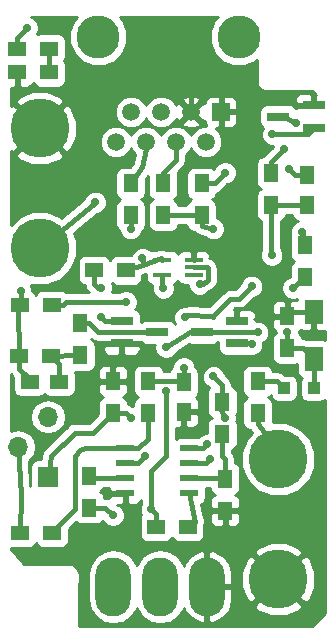
<source format=gtl>
G04 #@! TF.FileFunction,Copper,L1,Top,Signal*
%FSLAX46Y46*%
G04 Gerber Fmt 4.6, Leading zero omitted, Abs format (unit mm)*
G04 Created by KiCad (PCBNEW 4.0.6) date 07/23/18 23:10:11*
%MOMM*%
%LPD*%
G01*
G04 APERTURE LIST*
%ADD10C,0.100000*%
%ADD11R,1.900000X0.800000*%
%ADD12C,5.001260*%
%ADD13C,3.650000*%
%ADD14R,1.500000X1.500000*%
%ADD15C,1.500000*%
%ADD16R,1.600000X2.000000*%
%ADD17R,1.500000X0.400000*%
%ADD18O,2.999740X5.001260*%
%ADD19R,1.550000X0.600000*%
%ADD20R,1.250000X1.500000*%
%ADD21R,1.500000X1.250000*%
%ADD22R,1.000000X1.000000*%
%ADD23R,1.500000X1.300000*%
%ADD24R,1.300000X1.500000*%
%ADD25R,1.700000X1.700000*%
%ADD26O,1.700000X1.700000*%
%ADD27C,0.700000*%
%ADD28C,0.400000*%
%ADD29C,0.254000*%
G04 APERTURE END LIST*
D10*
D11*
X159000000Y-97450000D03*
X159000000Y-95550000D03*
X156000000Y-96500000D03*
D12*
X162500000Y-107250000D03*
X162500000Y-117410000D03*
D13*
X147270000Y-71500000D03*
X159140000Y-71500000D03*
D14*
X157650000Y-77850000D03*
D15*
X156380000Y-80390000D03*
X155110000Y-77850000D03*
X153840000Y-80390000D03*
X152570000Y-77850000D03*
X151300000Y-80390000D03*
X150030000Y-77850000D03*
X148760000Y-80390000D03*
D16*
X165500000Y-98750000D03*
X165500000Y-94750000D03*
D12*
X142300000Y-89400000D03*
X142300000Y-79240000D03*
D17*
X155330000Y-91650000D03*
X155330000Y-91000000D03*
X155330000Y-90350000D03*
X152670000Y-90350000D03*
X152670000Y-91650000D03*
D18*
X156459860Y-118050000D03*
X152500000Y-118050000D03*
X148540140Y-118050000D03*
D19*
X149550000Y-106345000D03*
X149550000Y-107615000D03*
X149550000Y-108885000D03*
X149550000Y-110155000D03*
X154950000Y-110155000D03*
X154950000Y-108885000D03*
X154950000Y-107615000D03*
X154950000Y-106345000D03*
D20*
X154500000Y-100750000D03*
X154500000Y-103250000D03*
D21*
X141450000Y-100700000D03*
X143950000Y-100700000D03*
D20*
X164900000Y-85700000D03*
X164900000Y-83200000D03*
D22*
X165500000Y-101250000D03*
X163000000Y-101250000D03*
D23*
X143100000Y-72500000D03*
X140400000Y-72500000D03*
X143250000Y-98500000D03*
X140550000Y-98500000D03*
X143300000Y-94200000D03*
X140600000Y-94200000D03*
D11*
X149250000Y-95550000D03*
X149250000Y-97450000D03*
X152250000Y-96500000D03*
X165500000Y-79200000D03*
X165500000Y-77300000D03*
X162500000Y-78250000D03*
D24*
X163250000Y-97850000D03*
X163250000Y-95150000D03*
X164750000Y-89150000D03*
X164750000Y-91850000D03*
X146500000Y-108650000D03*
X146500000Y-111350000D03*
D23*
X140400000Y-74500000D03*
X143100000Y-74500000D03*
D24*
X148500000Y-103350000D03*
X148500000Y-100650000D03*
X151500000Y-100650000D03*
X151500000Y-103350000D03*
D23*
X154850000Y-113000000D03*
X152150000Y-113000000D03*
D24*
X158000000Y-108900000D03*
X158000000Y-111600000D03*
X157750000Y-102400000D03*
X157750000Y-105100000D03*
D23*
X146900000Y-91250000D03*
X149600000Y-91250000D03*
D24*
X145750000Y-95750000D03*
X145750000Y-98450000D03*
X156000000Y-83900000D03*
X156000000Y-86600000D03*
X150000000Y-83900000D03*
X150000000Y-86600000D03*
X161900000Y-83000000D03*
X161900000Y-85700000D03*
X152750000Y-83900000D03*
X152750000Y-86600000D03*
D25*
X143000000Y-108750000D03*
D26*
X140460000Y-106210000D03*
X143000000Y-103670000D03*
D23*
X140650000Y-113500000D03*
X143350000Y-113500000D03*
D24*
X160750000Y-100650000D03*
X160750000Y-103350000D03*
D27*
X147000000Y-85500000D03*
X141250000Y-70750000D03*
X140700000Y-93000000D03*
X163400000Y-82700000D03*
X156500000Y-106000000D03*
X152750000Y-92750000D03*
X160750000Y-96500000D03*
X163250000Y-96500000D03*
X153000000Y-97750000D03*
X153000000Y-101500000D03*
X151750000Y-111500000D03*
X148500000Y-112000000D03*
X163750000Y-92750000D03*
X160250000Y-97500000D03*
X151000000Y-90250000D03*
X150000000Y-87750000D03*
X154500000Y-99500000D03*
X155850000Y-92450000D03*
X160250000Y-92600000D03*
X161950000Y-90000000D03*
X154600000Y-95250000D03*
X149600000Y-93950000D03*
X164500000Y-88000000D03*
X147500000Y-95250000D03*
X147500000Y-92750000D03*
X162000000Y-79750000D03*
X158000000Y-83000000D03*
X151250000Y-107000000D03*
X150000000Y-103750000D03*
X157000000Y-100250000D03*
X157000000Y-87750000D03*
X158000000Y-103750000D03*
X156750000Y-107250000D03*
X163000000Y-81000000D03*
X164000000Y-78750000D03*
D28*
X165500000Y-94750000D02*
X163650000Y-94750000D01*
X163650000Y-94750000D02*
X163250000Y-95150000D01*
X155330000Y-90350000D02*
X155330000Y-89330000D01*
X155110000Y-76110000D02*
X155110000Y-77850000D01*
X154250000Y-75250000D02*
X155110000Y-76110000D01*
X149250000Y-75250000D02*
X154250000Y-75250000D01*
X146000000Y-78500000D02*
X149250000Y-75250000D01*
X146000000Y-80750000D02*
X146000000Y-78500000D01*
X148250000Y-83000000D02*
X146000000Y-80750000D01*
X148250000Y-88250000D02*
X148250000Y-83000000D01*
X149000000Y-89000000D02*
X148250000Y-88250000D01*
X155000000Y-89000000D02*
X149000000Y-89000000D01*
X155330000Y-89330000D02*
X155000000Y-89000000D01*
X162500000Y-107250000D02*
X162500000Y-106450000D01*
X162500000Y-106450000D02*
X160750000Y-104250000D01*
X160750000Y-104250000D02*
X160750000Y-103350000D01*
X142300000Y-89400000D02*
X146950000Y-85550000D01*
X146950000Y-85550000D02*
X147000000Y-85500000D01*
X162500000Y-107250000D02*
X162500000Y-106700000D01*
X140400000Y-72500000D02*
X140400000Y-71600000D01*
X140400000Y-71600000D02*
X141250000Y-70750000D01*
X140600000Y-94200000D02*
X140700000Y-93000000D01*
X140550000Y-98500000D02*
X140450000Y-94350000D01*
X140450000Y-94350000D02*
X140600000Y-94200000D01*
X141450000Y-100700000D02*
X141450000Y-100500000D01*
X141450000Y-100500000D02*
X140550000Y-99600000D01*
X140550000Y-99600000D02*
X140550000Y-98500000D01*
X164900000Y-83200000D02*
X163900000Y-83200000D01*
X163900000Y-83200000D02*
X163400000Y-82700000D01*
X154950000Y-106345000D02*
X156155000Y-106345000D01*
X156155000Y-106345000D02*
X156500000Y-106000000D01*
X152670000Y-91650000D02*
X152670000Y-92670000D01*
X152670000Y-92670000D02*
X152750000Y-92750000D01*
X152670000Y-91650000D02*
X152670000Y-91670000D01*
X149550000Y-108885000D02*
X146735000Y-108885000D01*
X146735000Y-108885000D02*
X146500000Y-108650000D01*
X165500000Y-101250000D02*
X165500000Y-98750000D01*
X163250000Y-97850000D02*
X164600000Y-97850000D01*
X164600000Y-97850000D02*
X165500000Y-98750000D01*
X156000000Y-96500000D02*
X160750000Y-96500000D01*
X163250000Y-96500000D02*
X163250000Y-97850000D01*
X163250000Y-97850000D02*
X163250000Y-97500000D01*
X151750000Y-111500000D02*
X151750000Y-108250000D01*
X155000000Y-96500000D02*
X156000000Y-96500000D01*
X153000000Y-97750000D02*
X155000000Y-96500000D01*
X153000000Y-97750000D02*
X153000000Y-97750000D01*
X153000000Y-107000000D02*
X153000000Y-101500000D01*
X151750000Y-108250000D02*
X153000000Y-107000000D01*
X146500000Y-111350000D02*
X147850000Y-111350000D01*
X152150000Y-111900000D02*
X152150000Y-113000000D01*
X151750000Y-111500000D02*
X152150000Y-111900000D01*
X147850000Y-111350000D02*
X148500000Y-112000000D01*
X159000000Y-97450000D02*
X160050000Y-97450000D01*
X163900000Y-92600000D02*
X164750000Y-91850000D01*
X163750000Y-92750000D02*
X163900000Y-92600000D01*
X160050000Y-97450000D02*
X160250000Y-97500000D01*
X153840000Y-80390000D02*
X153840000Y-81910000D01*
X152750000Y-83000000D02*
X152750000Y-83900000D01*
X153840000Y-81910000D02*
X152750000Y-83000000D01*
X150000000Y-86600000D02*
X150000000Y-87750000D01*
X151008655Y-90258655D02*
X151008655Y-90775705D01*
X151000000Y-90250000D02*
X151008655Y-90258655D01*
X149600000Y-91250000D02*
X151008655Y-90775705D01*
X151008655Y-90775705D02*
X152570000Y-90250000D01*
X152570000Y-90250000D02*
X152670000Y-90350000D01*
X148760000Y-80390000D02*
X148760000Y-80898000D01*
X155330000Y-91000000D02*
X156500000Y-91000000D01*
X154500000Y-99500000D02*
X154500000Y-100750000D01*
X156100000Y-92400000D02*
X155850000Y-92450000D01*
X156550000Y-92100000D02*
X156100000Y-92400000D01*
X156550000Y-91100000D02*
X156550000Y-92100000D01*
X156500000Y-91000000D02*
X156550000Y-91100000D01*
X151500000Y-100650000D02*
X154400000Y-100650000D01*
X154400000Y-100650000D02*
X154500000Y-100750000D01*
X145750000Y-98450000D02*
X145400000Y-98450000D01*
X145400000Y-98450000D02*
X143250000Y-98500000D01*
X143950000Y-100700000D02*
X143950000Y-99200000D01*
X143950000Y-99200000D02*
X143250000Y-98500000D01*
X161900000Y-89300000D02*
X161900000Y-89950000D01*
X161900000Y-85700000D02*
X161900000Y-89300000D01*
X156950000Y-95200000D02*
X156950000Y-95089091D01*
X156950000Y-95150016D02*
X156950000Y-95200000D01*
X157009837Y-95090179D02*
X156950000Y-95150016D01*
X157009821Y-95090179D02*
X157009837Y-95090179D01*
X158450000Y-93650000D02*
X157009821Y-95090179D01*
X159200000Y-93650000D02*
X158450000Y-93650000D01*
X160250000Y-92600000D02*
X159200000Y-93650000D01*
X161900000Y-89950000D02*
X161950000Y-90000000D01*
X164900000Y-85700000D02*
X161900000Y-85700000D01*
X143300000Y-94200000D02*
X144250000Y-94200000D01*
X154800000Y-95050000D02*
X156950000Y-95089091D01*
X154600000Y-95250000D02*
X154800000Y-95050000D01*
X144500000Y-93950000D02*
X149600000Y-93950000D01*
X144250000Y-94200000D02*
X144500000Y-93950000D01*
X164800000Y-85800000D02*
X164900000Y-85700000D01*
X165000000Y-85800000D02*
X164900000Y-85700000D01*
X160750000Y-100650000D02*
X162400000Y-100650000D01*
X162400000Y-100650000D02*
X163000000Y-101250000D01*
X143100000Y-72500000D02*
X143100000Y-74500000D01*
X164500000Y-88000000D02*
X164750000Y-88750000D01*
X164750000Y-88750000D02*
X164750000Y-89150000D01*
X151300000Y-80390000D02*
X151300000Y-80950000D01*
X151300000Y-80950000D02*
X151000000Y-82500000D01*
X151000000Y-82500000D02*
X150000000Y-83900000D01*
X146900000Y-91250000D02*
X146900000Y-92400000D01*
X147800000Y-95550000D02*
X149250000Y-95550000D01*
X147500000Y-95250000D02*
X147800000Y-95550000D01*
X147250000Y-92750000D02*
X147500000Y-92750000D01*
X146900000Y-92400000D02*
X147250000Y-92750000D01*
X165500000Y-79200000D02*
X165500000Y-79250000D01*
X165500000Y-79250000D02*
X165000000Y-79750000D01*
X165000000Y-79750000D02*
X162000000Y-79750000D01*
X156000000Y-83900000D02*
X157100000Y-83900000D01*
X157100000Y-83900000D02*
X158000000Y-83000000D01*
X156000000Y-83900000D02*
X156000000Y-83500000D01*
X143000000Y-108750000D02*
X143250000Y-107000000D01*
X146850000Y-105000000D02*
X148500000Y-103350000D01*
X145250000Y-105000000D02*
X146850000Y-105000000D01*
X143250000Y-107000000D02*
X145250000Y-105000000D01*
X148350000Y-103500000D02*
X148500000Y-103350000D01*
X148500000Y-103350000D02*
X149600000Y-103350000D01*
X150635000Y-107615000D02*
X149550000Y-107615000D01*
X151250000Y-107000000D02*
X150635000Y-107615000D01*
X149600000Y-103350000D02*
X150000000Y-103750000D01*
X148500000Y-103350000D02*
X148500000Y-103850000D01*
X154850000Y-113000000D02*
X155000000Y-113000000D01*
X155000000Y-113000000D02*
X155450000Y-112550000D01*
X155450000Y-112550000D02*
X154950000Y-110155000D01*
X157750000Y-105100000D02*
X157750000Y-107000000D01*
X158000000Y-107250000D02*
X158000000Y-108900000D01*
X157750000Y-107000000D02*
X158000000Y-107250000D01*
X154950000Y-108885000D02*
X157985000Y-108885000D01*
X157985000Y-108885000D02*
X158000000Y-108900000D01*
X156000000Y-86600000D02*
X156000000Y-87500000D01*
X157750000Y-101000000D02*
X157750000Y-102400000D01*
X157000000Y-100250000D02*
X157750000Y-101000000D01*
X156000000Y-87500000D02*
X157000000Y-87750000D01*
X154950000Y-107615000D02*
X156385000Y-107615000D01*
X158000000Y-103750000D02*
X157350000Y-102400000D01*
X156385000Y-107615000D02*
X156750000Y-107250000D01*
X157350000Y-102400000D02*
X157750000Y-102400000D01*
X152750000Y-86600000D02*
X156000000Y-86600000D01*
X140460000Y-106210000D02*
X140710000Y-110260000D01*
X140710000Y-110260000D02*
X140650000Y-113500000D01*
X140650000Y-113500000D02*
X140750000Y-113500000D01*
X143350000Y-113500000D02*
X143350000Y-113400000D01*
X143350000Y-113400000D02*
X145250000Y-111500000D01*
X145250000Y-111500000D02*
X145250000Y-107000000D01*
X145250000Y-107000000D02*
X145750000Y-106500000D01*
X146155000Y-106345000D02*
X149550000Y-106345000D01*
X145750000Y-106500000D02*
X146155000Y-106345000D01*
X149550000Y-106345000D02*
X150655000Y-106345000D01*
X151500000Y-105500000D02*
X151500000Y-103350000D01*
X150655000Y-106345000D02*
X151500000Y-105500000D01*
X145750000Y-95750000D02*
X146500000Y-95750000D01*
X147250000Y-96500000D02*
X152250000Y-96500000D01*
X146500000Y-95750000D02*
X147250000Y-96500000D01*
X145950000Y-95550000D02*
X145750000Y-95750000D01*
X162500000Y-78250000D02*
X163000000Y-78250000D01*
X161900000Y-82100000D02*
X161900000Y-83000000D01*
X163000000Y-81000000D02*
X161900000Y-82100000D01*
X163000000Y-78250000D02*
X164000000Y-78750000D01*
X161900000Y-83000000D02*
X161900000Y-82600000D01*
D29*
G36*
X145185730Y-70104703D02*
X144810428Y-71008529D01*
X144809574Y-71987177D01*
X145183298Y-72891657D01*
X145874703Y-73584270D01*
X146778529Y-73959572D01*
X147757177Y-73960426D01*
X148661657Y-73586702D01*
X149354270Y-72895297D01*
X149729572Y-71991471D01*
X149730426Y-71012823D01*
X149356702Y-70108343D01*
X149058879Y-69810000D01*
X157350948Y-69810000D01*
X157055730Y-70104703D01*
X156680428Y-71008529D01*
X156679574Y-71987177D01*
X157053298Y-72891657D01*
X157744703Y-73584270D01*
X158648529Y-73959572D01*
X159627177Y-73960426D01*
X160531657Y-73586702D01*
X160673000Y-73445605D01*
X160673000Y-75600000D01*
X160683006Y-75649410D01*
X160711447Y-75691035D01*
X160753841Y-75718315D01*
X160794821Y-75726894D01*
X160814878Y-75727713D01*
X160897954Y-75852046D01*
X161128295Y-76005954D01*
X161400000Y-76060000D01*
X165355908Y-76060000D01*
X165673329Y-76377421D01*
X165627000Y-76423750D01*
X165627000Y-77173000D01*
X165647000Y-77173000D01*
X165647000Y-77427000D01*
X165627000Y-77427000D01*
X165627000Y-77447000D01*
X165373000Y-77447000D01*
X165373000Y-77427000D01*
X164073750Y-77427000D01*
X163987738Y-77513012D01*
X163914090Y-77398559D01*
X163701890Y-77253569D01*
X163450000Y-77202560D01*
X161550000Y-77202560D01*
X161314683Y-77246838D01*
X161098559Y-77385910D01*
X160953569Y-77598110D01*
X160902560Y-77850000D01*
X160902560Y-78650000D01*
X160946838Y-78885317D01*
X161085910Y-79101441D01*
X161186574Y-79170222D01*
X161165445Y-79191314D01*
X161015172Y-79553212D01*
X161014830Y-79945069D01*
X161164471Y-80307229D01*
X161441314Y-80584555D01*
X161803212Y-80734828D01*
X162043480Y-80735038D01*
X162015172Y-80803212D01*
X162015171Y-80803961D01*
X161309566Y-81509566D01*
X161247060Y-81603113D01*
X161014683Y-81646838D01*
X160798559Y-81785910D01*
X160653569Y-81998110D01*
X160602560Y-82250000D01*
X160602560Y-83750000D01*
X160646838Y-83985317D01*
X160785910Y-84201441D01*
X160998110Y-84346431D01*
X161011197Y-84349081D01*
X160798559Y-84485910D01*
X160653569Y-84698110D01*
X160602560Y-84950000D01*
X160602560Y-86450000D01*
X160646838Y-86685317D01*
X160785910Y-86901441D01*
X160998110Y-87046431D01*
X161065000Y-87059977D01*
X161065000Y-89562799D01*
X160965172Y-89803212D01*
X160964830Y-90195069D01*
X161114471Y-90557229D01*
X161391314Y-90834555D01*
X161753212Y-90984828D01*
X162145069Y-90985170D01*
X162507229Y-90835529D01*
X162784555Y-90558686D01*
X162934828Y-90196788D01*
X162935170Y-89804931D01*
X162785529Y-89442771D01*
X162735000Y-89392154D01*
X162735000Y-87062630D01*
X162785317Y-87053162D01*
X163001441Y-86914090D01*
X163146431Y-86701890D01*
X163180227Y-86535000D01*
X163643554Y-86535000D01*
X163671838Y-86685317D01*
X163810910Y-86901441D01*
X164023110Y-87046431D01*
X164160913Y-87074337D01*
X163942771Y-87164471D01*
X163665445Y-87441314D01*
X163515172Y-87803212D01*
X163514885Y-88131548D01*
X163503569Y-88148110D01*
X163452560Y-88400000D01*
X163452560Y-89900000D01*
X163496838Y-90135317D01*
X163635910Y-90351441D01*
X163848110Y-90496431D01*
X163861197Y-90499081D01*
X163648559Y-90635910D01*
X163503569Y-90848110D01*
X163452560Y-91100000D01*
X163452560Y-91807129D01*
X163192771Y-91914471D01*
X162915445Y-92191314D01*
X162765172Y-92553212D01*
X162764830Y-92945069D01*
X162914471Y-93307229D01*
X163191314Y-93584555D01*
X163553212Y-93734828D01*
X163945069Y-93735170D01*
X164065000Y-93685616D01*
X164065000Y-93781026D01*
X164026310Y-93765000D01*
X163535750Y-93765000D01*
X163377000Y-93923750D01*
X163377000Y-95023000D01*
X163397000Y-95023000D01*
X163397000Y-95277000D01*
X163377000Y-95277000D01*
X163377000Y-95297000D01*
X163123000Y-95297000D01*
X163123000Y-95277000D01*
X162123750Y-95277000D01*
X161965000Y-95435750D01*
X161965000Y-96026309D01*
X162061673Y-96259698D01*
X162240301Y-96438327D01*
X162265045Y-96448576D01*
X162264947Y-96561016D01*
X162148559Y-96635910D01*
X162003569Y-96848110D01*
X161952560Y-97100000D01*
X161952560Y-98600000D01*
X161996838Y-98835317D01*
X162135910Y-99051441D01*
X162348110Y-99196431D01*
X162600000Y-99247440D01*
X163900000Y-99247440D01*
X164052560Y-99218734D01*
X164052560Y-99750000D01*
X164096838Y-99985317D01*
X164235910Y-100201441D01*
X164448110Y-100346431D01*
X164500024Y-100356944D01*
X164403569Y-100498110D01*
X164352560Y-100750000D01*
X164352560Y-101750000D01*
X164396838Y-101985317D01*
X164535910Y-102201441D01*
X164748110Y-102346431D01*
X165000000Y-102397440D01*
X166000000Y-102397440D01*
X166235317Y-102353162D01*
X166440000Y-102221452D01*
X166440000Y-120305908D01*
X165355908Y-121390000D01*
X145610000Y-121390000D01*
X145610000Y-118527028D01*
X145676877Y-117005577D01*
X145674394Y-116987809D01*
X146405270Y-116987809D01*
X146405270Y-119112191D01*
X146567777Y-119929170D01*
X147030559Y-120621772D01*
X147723161Y-121084554D01*
X148540140Y-121247061D01*
X149357119Y-121084554D01*
X150049721Y-120621772D01*
X150512503Y-119929170D01*
X150520070Y-119891128D01*
X150527637Y-119929170D01*
X150990419Y-120621772D01*
X151683021Y-121084554D01*
X152500000Y-121247061D01*
X153316979Y-121084554D01*
X154009581Y-120621772D01*
X154472363Y-119929170D01*
X154493583Y-119822489D01*
X154536098Y-119985072D01*
X155040081Y-120650144D01*
X155760213Y-121071724D01*
X156001048Y-121135745D01*
X156332860Y-121022795D01*
X156332860Y-118177000D01*
X156586860Y-118177000D01*
X156586860Y-121022795D01*
X156918672Y-121135745D01*
X157159507Y-121071724D01*
X157879639Y-120650144D01*
X158383622Y-119985072D01*
X158472199Y-119646336D01*
X160443270Y-119646336D01*
X160725042Y-120069084D01*
X161877741Y-120545920D01*
X163125172Y-120545340D01*
X164274958Y-120069084D01*
X164556730Y-119646336D01*
X162500000Y-117589605D01*
X160443270Y-119646336D01*
X158472199Y-119646336D01*
X158594730Y-119177760D01*
X158594730Y-118177000D01*
X156586860Y-118177000D01*
X156332860Y-118177000D01*
X156312860Y-118177000D01*
X156312860Y-117923000D01*
X156332860Y-117923000D01*
X156332860Y-115077205D01*
X156586860Y-115077205D01*
X156586860Y-117923000D01*
X158594730Y-117923000D01*
X158594730Y-116922240D01*
X158559560Y-116787741D01*
X159364080Y-116787741D01*
X159364660Y-118035172D01*
X159840916Y-119184958D01*
X160263664Y-119466730D01*
X162320395Y-117410000D01*
X162679605Y-117410000D01*
X164736336Y-119466730D01*
X165159084Y-119184958D01*
X165635920Y-118032259D01*
X165635340Y-116784828D01*
X165159084Y-115635042D01*
X164736336Y-115353270D01*
X162679605Y-117410000D01*
X162320395Y-117410000D01*
X160263664Y-115353270D01*
X159840916Y-115635042D01*
X159364080Y-116787741D01*
X158559560Y-116787741D01*
X158383622Y-116114928D01*
X157879639Y-115449856D01*
X157407856Y-115173664D01*
X160443270Y-115173664D01*
X162500000Y-117230395D01*
X164556730Y-115173664D01*
X164274958Y-114750916D01*
X163122259Y-114274080D01*
X161874828Y-114274660D01*
X160725042Y-114750916D01*
X160443270Y-115173664D01*
X157407856Y-115173664D01*
X157159507Y-115028276D01*
X156918672Y-114964255D01*
X156586860Y-115077205D01*
X156332860Y-115077205D01*
X156001048Y-114964255D01*
X155760213Y-115028276D01*
X155040081Y-115449856D01*
X154536098Y-116114928D01*
X154493583Y-116277511D01*
X154472363Y-116170830D01*
X154009581Y-115478228D01*
X153316979Y-115015446D01*
X152500000Y-114852939D01*
X151683021Y-115015446D01*
X150990419Y-115478228D01*
X150527637Y-116170830D01*
X150520070Y-116208872D01*
X150512503Y-116170830D01*
X150049721Y-115478228D01*
X149357119Y-115015446D01*
X148540140Y-114852939D01*
X147723161Y-115015446D01*
X147030559Y-115478228D01*
X146567777Y-116170830D01*
X146405270Y-116987809D01*
X145674394Y-116987809D01*
X145670483Y-116959839D01*
X145574677Y-116672421D01*
X145555954Y-116578295D01*
X145530706Y-116540509D01*
X145520483Y-116509839D01*
X145495366Y-116466129D01*
X145476200Y-116448400D01*
X145462091Y-116437818D01*
X145402046Y-116347954D01*
X145171705Y-116194046D01*
X145124557Y-116184668D01*
X145076200Y-116148400D01*
X145030668Y-116126759D01*
X144998451Y-116123009D01*
X143605178Y-116140000D01*
X140944092Y-116140000D01*
X140881554Y-116077462D01*
X139876636Y-114854084D01*
X139876144Y-114792609D01*
X139900000Y-114797440D01*
X141400000Y-114797440D01*
X141635317Y-114753162D01*
X141851441Y-114614090D01*
X141996431Y-114401890D01*
X141999081Y-114388803D01*
X142135910Y-114601441D01*
X142348110Y-114746431D01*
X142600000Y-114797440D01*
X144100000Y-114797440D01*
X144335317Y-114753162D01*
X144551441Y-114614090D01*
X144696431Y-114401890D01*
X144747440Y-114150000D01*
X144747440Y-113183428D01*
X145383372Y-112547496D01*
X145385910Y-112551441D01*
X145598110Y-112696431D01*
X145850000Y-112747440D01*
X147150000Y-112747440D01*
X147385317Y-112703162D01*
X147601441Y-112564090D01*
X147642485Y-112504020D01*
X147664471Y-112557229D01*
X147941314Y-112834555D01*
X148303212Y-112984828D01*
X148695069Y-112985170D01*
X149057229Y-112835529D01*
X149334555Y-112558686D01*
X149484828Y-112196788D01*
X149485170Y-111804931D01*
X149335529Y-111442771D01*
X149058686Y-111165445D01*
X148876994Y-111090000D01*
X149264250Y-111090000D01*
X149423000Y-110931250D01*
X149423000Y-110282000D01*
X148298750Y-110282000D01*
X148140000Y-110440750D01*
X148140000Y-110572685D01*
X147850000Y-110515000D01*
X147781446Y-110515000D01*
X147753162Y-110364683D01*
X147614090Y-110148559D01*
X147401890Y-110003569D01*
X147388803Y-110000919D01*
X147601441Y-109864090D01*
X147699893Y-109720000D01*
X148143600Y-109720000D01*
X148140000Y-109728690D01*
X148140000Y-109869250D01*
X148298750Y-110028000D01*
X149423000Y-110028000D01*
X149423000Y-110008000D01*
X149677000Y-110008000D01*
X149677000Y-110028000D01*
X149697000Y-110028000D01*
X149697000Y-110282000D01*
X149677000Y-110282000D01*
X149677000Y-110931250D01*
X149835750Y-111090000D01*
X150451309Y-111090000D01*
X150684698Y-110993327D01*
X150863327Y-110814699D01*
X150915000Y-110689949D01*
X150915000Y-110942386D01*
X150765172Y-111303212D01*
X150764830Y-111695069D01*
X150883205Y-111981559D01*
X150803569Y-112098110D01*
X150752560Y-112350000D01*
X150752560Y-113650000D01*
X150796838Y-113885317D01*
X150935910Y-114101441D01*
X151148110Y-114246431D01*
X151400000Y-114297440D01*
X152900000Y-114297440D01*
X153135317Y-114253162D01*
X153351441Y-114114090D01*
X153496431Y-113901890D01*
X153499081Y-113888803D01*
X153635910Y-114101441D01*
X153848110Y-114246431D01*
X154100000Y-114297440D01*
X155600000Y-114297440D01*
X155835317Y-114253162D01*
X156051441Y-114114090D01*
X156196431Y-113901890D01*
X156247440Y-113650000D01*
X156247440Y-112762241D01*
X156270460Y-112705144D01*
X156269719Y-112626822D01*
X156285000Y-112550000D01*
X156268193Y-112465506D01*
X156267378Y-112379357D01*
X156164329Y-111885750D01*
X156715000Y-111885750D01*
X156715000Y-112476309D01*
X156811673Y-112709698D01*
X156990301Y-112888327D01*
X157223690Y-112985000D01*
X157714250Y-112985000D01*
X157873000Y-112826250D01*
X157873000Y-111727000D01*
X158127000Y-111727000D01*
X158127000Y-112826250D01*
X158285750Y-112985000D01*
X158776310Y-112985000D01*
X159009699Y-112888327D01*
X159188327Y-112709698D01*
X159285000Y-112476309D01*
X159285000Y-111885750D01*
X159126250Y-111727000D01*
X158127000Y-111727000D01*
X157873000Y-111727000D01*
X156873750Y-111727000D01*
X156715000Y-111885750D01*
X156164329Y-111885750D01*
X155987855Y-111040442D01*
X156176441Y-110919090D01*
X156321431Y-110706890D01*
X156372440Y-110455000D01*
X156372440Y-109855000D01*
X156347038Y-109720000D01*
X156715731Y-109720000D01*
X156746838Y-109885317D01*
X156885910Y-110101441D01*
X157098110Y-110246431D01*
X157131490Y-110253191D01*
X156990301Y-110311673D01*
X156811673Y-110490302D01*
X156715000Y-110723691D01*
X156715000Y-111314250D01*
X156873750Y-111473000D01*
X157873000Y-111473000D01*
X157873000Y-111453000D01*
X158127000Y-111453000D01*
X158127000Y-111473000D01*
X159126250Y-111473000D01*
X159285000Y-111314250D01*
X159285000Y-110723691D01*
X159188327Y-110490302D01*
X159009699Y-110311673D01*
X158873713Y-110255346D01*
X158885317Y-110253162D01*
X159101441Y-110114090D01*
X159246431Y-109901890D01*
X159297440Y-109650000D01*
X159297440Y-108150000D01*
X159253162Y-107914683D01*
X159225040Y-107870979D01*
X159363827Y-107870979D01*
X159840192Y-109023871D01*
X160721489Y-109906708D01*
X161873548Y-110385085D01*
X163120979Y-110386173D01*
X164273871Y-109909808D01*
X165156708Y-109028511D01*
X165635085Y-107876452D01*
X165636173Y-106629021D01*
X165159808Y-105476129D01*
X164278511Y-104593292D01*
X163126452Y-104114915D01*
X162044611Y-104113971D01*
X162047440Y-104100000D01*
X162047440Y-102600000D01*
X162003162Y-102364683D01*
X161864090Y-102148559D01*
X161651890Y-102003569D01*
X161638803Y-102000919D01*
X161851441Y-101864090D01*
X161869151Y-101838171D01*
X161896838Y-101985317D01*
X162035910Y-102201441D01*
X162248110Y-102346431D01*
X162500000Y-102397440D01*
X163500000Y-102397440D01*
X163735317Y-102353162D01*
X163951441Y-102214090D01*
X164096431Y-102001890D01*
X164147440Y-101750000D01*
X164147440Y-100750000D01*
X164103162Y-100514683D01*
X163964090Y-100298559D01*
X163751890Y-100153569D01*
X163500000Y-100102560D01*
X163033428Y-100102560D01*
X162990434Y-100059566D01*
X162953667Y-100034999D01*
X162719541Y-99878561D01*
X162400000Y-99815000D01*
X162031446Y-99815000D01*
X162003162Y-99664683D01*
X161864090Y-99448559D01*
X161651890Y-99303569D01*
X161400000Y-99252560D01*
X160100000Y-99252560D01*
X159864683Y-99296838D01*
X159648559Y-99435910D01*
X159503569Y-99648110D01*
X159452560Y-99900000D01*
X159452560Y-101400000D01*
X159496838Y-101635317D01*
X159635910Y-101851441D01*
X159848110Y-101996431D01*
X159861197Y-101999081D01*
X159648559Y-102135910D01*
X159503569Y-102348110D01*
X159452560Y-102600000D01*
X159452560Y-104100000D01*
X159496838Y-104335317D01*
X159635910Y-104551441D01*
X159848110Y-104696431D01*
X160083262Y-104744051D01*
X160096528Y-104769807D01*
X160295556Y-105020014D01*
X159843292Y-105471489D01*
X159364915Y-106623548D01*
X159363827Y-107870979D01*
X159225040Y-107870979D01*
X159114090Y-107698559D01*
X158901890Y-107553569D01*
X158835000Y-107540023D01*
X158835000Y-107250000D01*
X158771439Y-106930459D01*
X158590434Y-106659566D01*
X158585000Y-106654132D01*
X158585000Y-106462630D01*
X158635317Y-106453162D01*
X158851441Y-106314090D01*
X158996431Y-106101890D01*
X159047440Y-105850000D01*
X159047440Y-104350000D01*
X159003162Y-104114683D01*
X158949646Y-104031516D01*
X158984828Y-103946788D01*
X158985170Y-103554931D01*
X158950008Y-103469832D01*
X158996431Y-103401890D01*
X159047440Y-103150000D01*
X159047440Y-101650000D01*
X159003162Y-101414683D01*
X158864090Y-101198559D01*
X158651890Y-101053569D01*
X158585000Y-101040023D01*
X158585000Y-101000000D01*
X158521439Y-100680459D01*
X158340434Y-100409566D01*
X157984727Y-100053859D01*
X157835529Y-99692771D01*
X157558686Y-99415445D01*
X157196788Y-99265172D01*
X156804931Y-99264830D01*
X156442771Y-99414471D01*
X156165445Y-99691314D01*
X156015172Y-100053212D01*
X156014830Y-100445069D01*
X156164471Y-100807229D01*
X156441314Y-101084555D01*
X156663010Y-101176611D01*
X156648559Y-101185910D01*
X156503569Y-101398110D01*
X156452560Y-101650000D01*
X156452560Y-103150000D01*
X156496838Y-103385317D01*
X156635910Y-103601441D01*
X156848110Y-103746431D01*
X156861197Y-103749081D01*
X156648559Y-103885910D01*
X156503569Y-104098110D01*
X156452560Y-104350000D01*
X156452560Y-105014959D01*
X156304931Y-105014830D01*
X155942771Y-105164471D01*
X155709275Y-105397560D01*
X154175000Y-105397560D01*
X153939683Y-105441838D01*
X153835000Y-105509200D01*
X153835000Y-104635000D01*
X154214250Y-104635000D01*
X154373000Y-104476250D01*
X154373000Y-103377000D01*
X154627000Y-103377000D01*
X154627000Y-104476250D01*
X154785750Y-104635000D01*
X155251310Y-104635000D01*
X155484699Y-104538327D01*
X155663327Y-104359698D01*
X155760000Y-104126309D01*
X155760000Y-103535750D01*
X155601250Y-103377000D01*
X154627000Y-103377000D01*
X154373000Y-103377000D01*
X154353000Y-103377000D01*
X154353000Y-103123000D01*
X154373000Y-103123000D01*
X154373000Y-103103000D01*
X154627000Y-103103000D01*
X154627000Y-103123000D01*
X155601250Y-103123000D01*
X155760000Y-102964250D01*
X155760000Y-102373691D01*
X155663327Y-102140302D01*
X155522090Y-101999064D01*
X155576441Y-101964090D01*
X155721431Y-101751890D01*
X155772440Y-101500000D01*
X155772440Y-100000000D01*
X155728162Y-99764683D01*
X155589090Y-99548559D01*
X155485019Y-99477451D01*
X155485170Y-99304931D01*
X155335529Y-98942771D01*
X155058686Y-98665445D01*
X154696788Y-98515172D01*
X154304931Y-98514830D01*
X153942771Y-98664471D01*
X153665445Y-98941314D01*
X153515172Y-99303212D01*
X153515020Y-99477056D01*
X153423559Y-99535910D01*
X153278569Y-99748110D01*
X153265023Y-99815000D01*
X152781446Y-99815000D01*
X152753162Y-99664683D01*
X152614090Y-99448559D01*
X152401890Y-99303569D01*
X152150000Y-99252560D01*
X150850000Y-99252560D01*
X150614683Y-99296838D01*
X150398559Y-99435910D01*
X150253569Y-99648110D01*
X150202560Y-99900000D01*
X150202560Y-101400000D01*
X150246838Y-101635317D01*
X150385910Y-101851441D01*
X150598110Y-101996431D01*
X150611197Y-101999081D01*
X150398559Y-102135910D01*
X150253569Y-102348110D01*
X150202560Y-102600000D01*
X150202560Y-102767569D01*
X150196788Y-102765172D01*
X150196039Y-102765171D01*
X150190434Y-102759566D01*
X150130532Y-102719541D01*
X149919541Y-102578561D01*
X149788501Y-102552495D01*
X149753162Y-102364683D01*
X149614090Y-102148559D01*
X149401890Y-102003569D01*
X149368510Y-101996809D01*
X149509699Y-101938327D01*
X149688327Y-101759698D01*
X149785000Y-101526309D01*
X149785000Y-100935750D01*
X149626250Y-100777000D01*
X148627000Y-100777000D01*
X148627000Y-100797000D01*
X148373000Y-100797000D01*
X148373000Y-100777000D01*
X147373750Y-100777000D01*
X147215000Y-100935750D01*
X147215000Y-101526309D01*
X147311673Y-101759698D01*
X147490301Y-101938327D01*
X147626287Y-101994654D01*
X147614683Y-101996838D01*
X147398559Y-102135910D01*
X147253569Y-102348110D01*
X147202560Y-102600000D01*
X147202560Y-103466572D01*
X146504132Y-104165000D01*
X145250000Y-104165000D01*
X144930459Y-104228561D01*
X144734199Y-104359698D01*
X144659566Y-104409566D01*
X142659566Y-106409566D01*
X142601399Y-106496619D01*
X142531504Y-106574573D01*
X142511706Y-106630855D01*
X142478561Y-106680460D01*
X142458136Y-106783144D01*
X142423392Y-106881913D01*
X142370442Y-107252560D01*
X142150000Y-107252560D01*
X141914683Y-107296838D01*
X141698559Y-107435910D01*
X141553569Y-107648110D01*
X141502560Y-107900000D01*
X141502560Y-109546720D01*
X141368448Y-107374111D01*
X141539147Y-107260054D01*
X141861054Y-106778285D01*
X141974093Y-106210000D01*
X141861054Y-105641715D01*
X141539147Y-105159946D01*
X141057378Y-104838039D01*
X140489093Y-104725000D01*
X140430907Y-104725000D01*
X139862622Y-104838039D01*
X139860000Y-104839791D01*
X139860000Y-103670000D01*
X141485907Y-103670000D01*
X141598946Y-104238285D01*
X141920853Y-104720054D01*
X142402622Y-105041961D01*
X142970907Y-105155000D01*
X143029093Y-105155000D01*
X143597378Y-105041961D01*
X144079147Y-104720054D01*
X144401054Y-104238285D01*
X144514093Y-103670000D01*
X144401054Y-103101715D01*
X144079147Y-102619946D01*
X143597378Y-102298039D01*
X143029093Y-102185000D01*
X142970907Y-102185000D01*
X142402622Y-102298039D01*
X141920853Y-102619946D01*
X141598946Y-103101715D01*
X141485907Y-103670000D01*
X139860000Y-103670000D01*
X139860000Y-100041423D01*
X139930436Y-100146838D01*
X139959566Y-100190434D01*
X140052560Y-100283428D01*
X140052560Y-101325000D01*
X140096838Y-101560317D01*
X140235910Y-101776441D01*
X140448110Y-101921431D01*
X140700000Y-101972440D01*
X142200000Y-101972440D01*
X142435317Y-101928162D01*
X142651441Y-101789090D01*
X142699134Y-101719289D01*
X142735910Y-101776441D01*
X142948110Y-101921431D01*
X143200000Y-101972440D01*
X144700000Y-101972440D01*
X144935317Y-101928162D01*
X145151441Y-101789090D01*
X145296431Y-101576890D01*
X145347440Y-101325000D01*
X145347440Y-100075000D01*
X145304622Y-99847440D01*
X146400000Y-99847440D01*
X146635317Y-99803162D01*
X146681116Y-99773691D01*
X147215000Y-99773691D01*
X147215000Y-100364250D01*
X147373750Y-100523000D01*
X148373000Y-100523000D01*
X148373000Y-99423750D01*
X148627000Y-99423750D01*
X148627000Y-100523000D01*
X149626250Y-100523000D01*
X149785000Y-100364250D01*
X149785000Y-99773691D01*
X149688327Y-99540302D01*
X149509699Y-99361673D01*
X149276310Y-99265000D01*
X148785750Y-99265000D01*
X148627000Y-99423750D01*
X148373000Y-99423750D01*
X148214250Y-99265000D01*
X147723690Y-99265000D01*
X147490301Y-99361673D01*
X147311673Y-99540302D01*
X147215000Y-99773691D01*
X146681116Y-99773691D01*
X146851441Y-99664090D01*
X146996431Y-99451890D01*
X147047440Y-99200000D01*
X147047440Y-97735750D01*
X147665000Y-97735750D01*
X147665000Y-97976310D01*
X147761673Y-98209699D01*
X147940302Y-98388327D01*
X148173691Y-98485000D01*
X148964250Y-98485000D01*
X149123000Y-98326250D01*
X149123000Y-97577000D01*
X149377000Y-97577000D01*
X149377000Y-98326250D01*
X149535750Y-98485000D01*
X150326309Y-98485000D01*
X150559698Y-98388327D01*
X150738327Y-98209699D01*
X150835000Y-97976310D01*
X150835000Y-97735750D01*
X150676250Y-97577000D01*
X149377000Y-97577000D01*
X149123000Y-97577000D01*
X147823750Y-97577000D01*
X147665000Y-97735750D01*
X147047440Y-97735750D01*
X147047440Y-97700000D01*
X147003162Y-97464683D01*
X146864090Y-97248559D01*
X146651890Y-97103569D01*
X146638803Y-97100919D01*
X146657816Y-97088684D01*
X146659566Y-97090434D01*
X146930459Y-97271439D01*
X147250000Y-97335000D01*
X150825331Y-97335000D01*
X150835910Y-97351441D01*
X151048110Y-97496431D01*
X151300000Y-97547440D01*
X152017569Y-97547440D01*
X152015172Y-97553212D01*
X152014830Y-97945069D01*
X152164471Y-98307229D01*
X152441314Y-98584555D01*
X152803212Y-98734828D01*
X153195069Y-98735170D01*
X153557229Y-98585529D01*
X153834555Y-98308686D01*
X153888170Y-98179566D01*
X154936384Y-97524432D01*
X155050000Y-97547440D01*
X156950000Y-97547440D01*
X157185317Y-97503162D01*
X157401441Y-97364090D01*
X157402560Y-97362452D01*
X157402560Y-97850000D01*
X157446838Y-98085317D01*
X157585910Y-98301441D01*
X157798110Y-98446431D01*
X158050000Y-98497440D01*
X159950000Y-98497440D01*
X160041928Y-98480143D01*
X160053212Y-98484828D01*
X160445069Y-98485170D01*
X160807229Y-98335529D01*
X161084555Y-98058686D01*
X161234828Y-97696788D01*
X161235117Y-97365325D01*
X161307229Y-97335529D01*
X161584555Y-97058686D01*
X161734828Y-96696788D01*
X161735170Y-96304931D01*
X161585529Y-95942771D01*
X161308686Y-95665445D01*
X160946788Y-95515172D01*
X160585000Y-95514856D01*
X160585000Y-95422998D01*
X160426252Y-95422998D01*
X160585000Y-95264250D01*
X160585000Y-95023690D01*
X160488327Y-94790301D01*
X160309698Y-94611673D01*
X160076309Y-94515000D01*
X159285750Y-94515000D01*
X159127000Y-94673750D01*
X159127000Y-95423000D01*
X159147000Y-95423000D01*
X159147000Y-95665000D01*
X158853000Y-95665000D01*
X158853000Y-95423000D01*
X158873000Y-95423000D01*
X158873000Y-94673750D01*
X158740059Y-94540809D01*
X158795868Y-94485000D01*
X159200000Y-94485000D01*
X159519541Y-94421439D01*
X159740661Y-94273691D01*
X161965000Y-94273691D01*
X161965000Y-94864250D01*
X162123750Y-95023000D01*
X163123000Y-95023000D01*
X163123000Y-93923750D01*
X162964250Y-93765000D01*
X162473690Y-93765000D01*
X162240301Y-93861673D01*
X162061673Y-94040302D01*
X161965000Y-94273691D01*
X159740661Y-94273691D01*
X159790434Y-94240434D01*
X160446141Y-93584727D01*
X160807229Y-93435529D01*
X161084555Y-93158686D01*
X161234828Y-92796788D01*
X161235170Y-92404931D01*
X161085529Y-92042771D01*
X160808686Y-91765445D01*
X160446788Y-91615172D01*
X160054931Y-91614830D01*
X159692771Y-91764471D01*
X159415445Y-92041314D01*
X159265172Y-92403212D01*
X159265171Y-92403961D01*
X158854132Y-92815000D01*
X158450000Y-92815000D01*
X158130460Y-92878560D01*
X157859566Y-93059566D01*
X156670265Y-94248867D01*
X154815179Y-94215138D01*
X154807577Y-94216507D01*
X154800000Y-94215000D01*
X154647498Y-94245334D01*
X154538590Y-94264947D01*
X154404931Y-94264830D01*
X154042771Y-94414471D01*
X153765445Y-94691314D01*
X153615172Y-95053212D01*
X153614830Y-95445069D01*
X153761384Y-95799759D01*
X153664090Y-95648559D01*
X153451890Y-95503569D01*
X153200000Y-95452560D01*
X151300000Y-95452560D01*
X151064683Y-95496838D01*
X150848559Y-95635910D01*
X150847440Y-95637548D01*
X150847440Y-95150000D01*
X150803162Y-94914683D01*
X150664090Y-94698559D01*
X150451890Y-94553569D01*
X150400100Y-94543081D01*
X150434555Y-94508686D01*
X150584828Y-94146788D01*
X150585170Y-93754931D01*
X150435529Y-93392771D01*
X150158686Y-93115445D01*
X149796788Y-92965172D01*
X149404931Y-92964830D01*
X149042771Y-93114471D01*
X149042241Y-93115000D01*
X148414980Y-93115000D01*
X148484828Y-92946788D01*
X148485170Y-92554931D01*
X148407061Y-92365893D01*
X148598110Y-92496431D01*
X148850000Y-92547440D01*
X150350000Y-92547440D01*
X150585317Y-92503162D01*
X150801441Y-92364090D01*
X150946431Y-92151890D01*
X150997440Y-91900000D01*
X150997440Y-91660541D01*
X151272560Y-91567908D01*
X151272560Y-91850000D01*
X151316838Y-92085317D01*
X151455910Y-92301441D01*
X151668110Y-92446431D01*
X151798543Y-92472844D01*
X151765172Y-92553212D01*
X151764830Y-92945069D01*
X151914471Y-93307229D01*
X152191314Y-93584555D01*
X152553212Y-93734828D01*
X152945069Y-93735170D01*
X153307229Y-93585529D01*
X153584555Y-93308686D01*
X153734828Y-92946788D01*
X153735170Y-92554931D01*
X153685180Y-92433946D01*
X153871441Y-92314090D01*
X154001533Y-92123694D01*
X154115910Y-92301441D01*
X154328110Y-92446431D01*
X154580000Y-92497440D01*
X154864959Y-92497440D01*
X154864830Y-92645069D01*
X155014471Y-93007229D01*
X155291314Y-93284555D01*
X155653212Y-93434828D01*
X156045069Y-93435170D01*
X156407229Y-93285529D01*
X156669006Y-93024208D01*
X157013175Y-92794762D01*
X157071695Y-92736364D01*
X157140434Y-92690434D01*
X157185884Y-92622413D01*
X157243792Y-92564626D01*
X157275509Y-92488279D01*
X157321439Y-92419541D01*
X157337399Y-92339306D01*
X157368785Y-92263757D01*
X157368872Y-92181083D01*
X157385000Y-92100000D01*
X157385000Y-91100000D01*
X157379147Y-91070573D01*
X157382899Y-91040808D01*
X157347549Y-90911722D01*
X157321439Y-90780459D01*
X157304772Y-90755515D01*
X157296847Y-90726576D01*
X157246847Y-90626577D01*
X157164789Y-90520846D01*
X157090434Y-90409566D01*
X157065488Y-90392897D01*
X157047093Y-90369196D01*
X156930824Y-90302918D01*
X156819541Y-90228561D01*
X156790114Y-90222708D01*
X156764050Y-90207850D01*
X156631269Y-90191111D01*
X156617815Y-90188435D01*
X156715000Y-90091250D01*
X156715000Y-90023690D01*
X156618327Y-89790301D01*
X156439698Y-89611673D01*
X156206309Y-89515000D01*
X155615750Y-89515000D01*
X155457000Y-89673750D01*
X155457000Y-90152560D01*
X155203000Y-90152560D01*
X155203000Y-89673750D01*
X155044250Y-89515000D01*
X154453691Y-89515000D01*
X154220302Y-89611673D01*
X154041673Y-89790301D01*
X154003079Y-89883474D01*
X153884090Y-89698559D01*
X153671890Y-89553569D01*
X153420000Y-89502560D01*
X152941852Y-89502560D01*
X152941161Y-89502027D01*
X152913428Y-89494522D01*
X152889540Y-89478561D01*
X152757054Y-89452208D01*
X152626671Y-89416926D01*
X152598179Y-89420605D01*
X152570000Y-89415000D01*
X152437520Y-89441352D01*
X152303553Y-89458652D01*
X152173146Y-89502560D01*
X151920000Y-89502560D01*
X151689033Y-89546019D01*
X151558686Y-89415445D01*
X151196788Y-89265172D01*
X150804931Y-89264830D01*
X150442771Y-89414471D01*
X150165445Y-89691314D01*
X150056966Y-89952560D01*
X148850000Y-89952560D01*
X148614683Y-89996838D01*
X148398559Y-90135910D01*
X148253569Y-90348110D01*
X148250919Y-90361197D01*
X148114090Y-90148559D01*
X147901890Y-90003569D01*
X147650000Y-89952560D01*
X146150000Y-89952560D01*
X145914683Y-89996838D01*
X145698559Y-90135910D01*
X145553569Y-90348110D01*
X145502560Y-90600000D01*
X145502560Y-91900000D01*
X145546838Y-92135317D01*
X145685910Y-92351441D01*
X145898110Y-92496431D01*
X146091991Y-92535693D01*
X146128561Y-92719541D01*
X146308969Y-92989540D01*
X146309566Y-92990434D01*
X146434132Y-93115000D01*
X144524669Y-93115000D01*
X144514090Y-93098559D01*
X144301890Y-92953569D01*
X144050000Y-92902560D01*
X142550000Y-92902560D01*
X142314683Y-92946838D01*
X142098559Y-93085910D01*
X141953569Y-93298110D01*
X141950919Y-93311197D01*
X141814090Y-93098559D01*
X141684991Y-93010349D01*
X141685170Y-92804931D01*
X141552987Y-92485024D01*
X141673548Y-92535085D01*
X142920979Y-92536173D01*
X144073871Y-92059808D01*
X144956708Y-91178511D01*
X145435085Y-90026452D01*
X145436173Y-88779021D01*
X145161684Y-88114707D01*
X147129894Y-86485113D01*
X147195069Y-86485170D01*
X147557229Y-86335529D01*
X147834555Y-86058686D01*
X147984828Y-85696788D01*
X147985170Y-85304931D01*
X147835529Y-84942771D01*
X147558686Y-84665445D01*
X147196788Y-84515172D01*
X146804931Y-84514830D01*
X146442771Y-84664471D01*
X146165445Y-84941314D01*
X146055210Y-85206789D01*
X144133230Y-86798106D01*
X144078511Y-86743292D01*
X142926452Y-86264915D01*
X141679021Y-86263827D01*
X140526129Y-86740192D01*
X139860000Y-87405159D01*
X139860000Y-81476336D01*
X140243270Y-81476336D01*
X140525042Y-81899084D01*
X141677741Y-82375920D01*
X142925172Y-82375340D01*
X144074958Y-81899084D01*
X144356730Y-81476336D01*
X142300000Y-79419605D01*
X140243270Y-81476336D01*
X139860000Y-81476336D01*
X139860000Y-81160983D01*
X140063664Y-81296730D01*
X142120395Y-79240000D01*
X142479605Y-79240000D01*
X144536336Y-81296730D01*
X144959084Y-81014958D01*
X145104146Y-80664285D01*
X147374760Y-80664285D01*
X147585169Y-81173515D01*
X147974436Y-81563461D01*
X148483298Y-81774759D01*
X149034285Y-81775240D01*
X149543515Y-81564831D01*
X149933461Y-81175564D01*
X150029976Y-80943130D01*
X150125169Y-81173515D01*
X150360597Y-81409354D01*
X150214786Y-82162712D01*
X149972037Y-82502560D01*
X149350000Y-82502560D01*
X149114683Y-82546838D01*
X148898559Y-82685910D01*
X148753569Y-82898110D01*
X148702560Y-83150000D01*
X148702560Y-84650000D01*
X148746838Y-84885317D01*
X148885910Y-85101441D01*
X149098110Y-85246431D01*
X149111197Y-85249081D01*
X148898559Y-85385910D01*
X148753569Y-85598110D01*
X148702560Y-85850000D01*
X148702560Y-87350000D01*
X148746838Y-87585317D01*
X148885910Y-87801441D01*
X149014878Y-87889561D01*
X149014830Y-87945069D01*
X149164471Y-88307229D01*
X149441314Y-88584555D01*
X149803212Y-88734828D01*
X150195069Y-88735170D01*
X150557229Y-88585529D01*
X150834555Y-88308686D01*
X150984828Y-87946788D01*
X150984878Y-87889096D01*
X151101441Y-87814090D01*
X151246431Y-87601890D01*
X151297440Y-87350000D01*
X151297440Y-85850000D01*
X151253162Y-85614683D01*
X151114090Y-85398559D01*
X150901890Y-85253569D01*
X150888803Y-85250919D01*
X151101441Y-85114090D01*
X151246431Y-84901890D01*
X151297440Y-84650000D01*
X151297440Y-83520172D01*
X151452560Y-83303004D01*
X151452560Y-84650000D01*
X151496838Y-84885317D01*
X151635910Y-85101441D01*
X151848110Y-85246431D01*
X151861197Y-85249081D01*
X151648559Y-85385910D01*
X151503569Y-85598110D01*
X151452560Y-85850000D01*
X151452560Y-87350000D01*
X151496838Y-87585317D01*
X151635910Y-87801441D01*
X151848110Y-87946431D01*
X152100000Y-87997440D01*
X153400000Y-87997440D01*
X153635317Y-87953162D01*
X153851441Y-87814090D01*
X153996431Y-87601890D01*
X154030227Y-87435000D01*
X154718554Y-87435000D01*
X154746838Y-87585317D01*
X154885910Y-87801441D01*
X155098110Y-87946431D01*
X155344528Y-87996332D01*
X155352730Y-88005373D01*
X155409566Y-88090434D01*
X155461184Y-88124924D01*
X155502898Y-88170906D01*
X155595400Y-88214604D01*
X155680459Y-88271439D01*
X155741348Y-88283551D01*
X155797483Y-88310069D01*
X156290294Y-88433272D01*
X156441314Y-88584555D01*
X156803212Y-88734828D01*
X157195069Y-88735170D01*
X157557229Y-88585529D01*
X157834555Y-88308686D01*
X157984828Y-87946788D01*
X157985170Y-87554931D01*
X157835529Y-87192771D01*
X157558686Y-86915445D01*
X157297440Y-86806966D01*
X157297440Y-85850000D01*
X157253162Y-85614683D01*
X157114090Y-85398559D01*
X156901890Y-85253569D01*
X156888803Y-85250919D01*
X157101441Y-85114090D01*
X157246431Y-84901890D01*
X157287791Y-84697646D01*
X157419541Y-84671439D01*
X157690434Y-84490434D01*
X158196141Y-83984727D01*
X158557229Y-83835529D01*
X158834555Y-83558686D01*
X158984828Y-83196788D01*
X158985170Y-82804931D01*
X158835529Y-82442771D01*
X158558686Y-82165445D01*
X158196788Y-82015172D01*
X157804931Y-82014830D01*
X157442771Y-82164471D01*
X157165445Y-82441314D01*
X157070886Y-82669039D01*
X156901890Y-82553569D01*
X156650000Y-82502560D01*
X155350000Y-82502560D01*
X155114683Y-82546838D01*
X154898559Y-82685910D01*
X154753569Y-82898110D01*
X154702560Y-83150000D01*
X154702560Y-84650000D01*
X154746838Y-84885317D01*
X154885910Y-85101441D01*
X155098110Y-85246431D01*
X155111197Y-85249081D01*
X154898559Y-85385910D01*
X154753569Y-85598110D01*
X154719773Y-85765000D01*
X154031446Y-85765000D01*
X154003162Y-85614683D01*
X153864090Y-85398559D01*
X153651890Y-85253569D01*
X153638803Y-85250919D01*
X153851441Y-85114090D01*
X153996431Y-84901890D01*
X154047440Y-84650000D01*
X154047440Y-83150000D01*
X154005224Y-82925644D01*
X154430434Y-82500434D01*
X154611440Y-82229540D01*
X154675000Y-81910000D01*
X154675000Y-81513436D01*
X155013461Y-81175564D01*
X155109976Y-80943130D01*
X155205169Y-81173515D01*
X155594436Y-81563461D01*
X156103298Y-81774759D01*
X156654285Y-81775240D01*
X157163515Y-81564831D01*
X157553461Y-81175564D01*
X157764759Y-80666702D01*
X157765240Y-80115715D01*
X157554831Y-79606485D01*
X157183993Y-79235000D01*
X157364250Y-79235000D01*
X157523000Y-79076250D01*
X157523000Y-77977000D01*
X157777000Y-77977000D01*
X157777000Y-79076250D01*
X157935750Y-79235000D01*
X158526309Y-79235000D01*
X158759698Y-79138327D01*
X158938327Y-78959699D01*
X159035000Y-78726310D01*
X159035000Y-78135750D01*
X158876250Y-77977000D01*
X157777000Y-77977000D01*
X157523000Y-77977000D01*
X157503000Y-77977000D01*
X157503000Y-77723000D01*
X157523000Y-77723000D01*
X157523000Y-76623750D01*
X157777000Y-76623750D01*
X157777000Y-77723000D01*
X158876250Y-77723000D01*
X159035000Y-77564250D01*
X159035000Y-76973690D01*
X158952158Y-76773690D01*
X163915000Y-76773690D01*
X163915000Y-77014250D01*
X164073750Y-77173000D01*
X165373000Y-77173000D01*
X165373000Y-76423750D01*
X165214250Y-76265000D01*
X164423691Y-76265000D01*
X164190302Y-76361673D01*
X164011673Y-76540301D01*
X163915000Y-76773690D01*
X158952158Y-76773690D01*
X158938327Y-76740301D01*
X158759698Y-76561673D01*
X158526309Y-76465000D01*
X157935750Y-76465000D01*
X157777000Y-76623750D01*
X157523000Y-76623750D01*
X157364250Y-76465000D01*
X156773691Y-76465000D01*
X156540302Y-76561673D01*
X156361673Y-76740301D01*
X156265000Y-76973690D01*
X156265000Y-77109863D01*
X156081517Y-77058088D01*
X155289605Y-77850000D01*
X156081517Y-78641912D01*
X156265000Y-78590137D01*
X156265000Y-78726310D01*
X156361673Y-78959699D01*
X156406997Y-79005023D01*
X156105715Y-79004760D01*
X155596485Y-79215169D01*
X155206539Y-79604436D01*
X155110024Y-79836870D01*
X155014831Y-79606485D01*
X154625564Y-79216539D01*
X154116702Y-79005241D01*
X153565715Y-79004760D01*
X153056485Y-79215169D01*
X152666539Y-79604436D01*
X152570024Y-79836870D01*
X152474831Y-79606485D01*
X152085564Y-79216539D01*
X151576702Y-79005241D01*
X151025715Y-79004760D01*
X150516485Y-79215169D01*
X150126539Y-79604436D01*
X150030024Y-79836870D01*
X149934831Y-79606485D01*
X149545564Y-79216539D01*
X149036702Y-79005241D01*
X148485715Y-79004760D01*
X147976485Y-79215169D01*
X147586539Y-79604436D01*
X147375241Y-80113298D01*
X147374760Y-80664285D01*
X145104146Y-80664285D01*
X145435920Y-79862259D01*
X145435340Y-78614828D01*
X145232151Y-78124285D01*
X148644760Y-78124285D01*
X148855169Y-78633515D01*
X149244436Y-79023461D01*
X149753298Y-79234759D01*
X150304285Y-79235240D01*
X150813515Y-79024831D01*
X151203461Y-78635564D01*
X151299976Y-78403130D01*
X151395169Y-78633515D01*
X151784436Y-79023461D01*
X152293298Y-79234759D01*
X152844285Y-79235240D01*
X153353515Y-79024831D01*
X153557183Y-78821517D01*
X154318088Y-78821517D01*
X154386077Y-79062460D01*
X154905171Y-79247201D01*
X155455448Y-79219230D01*
X155833923Y-79062460D01*
X155901912Y-78821517D01*
X155110000Y-78029605D01*
X154318088Y-78821517D01*
X153557183Y-78821517D01*
X153743461Y-78635564D01*
X153833377Y-78419021D01*
X153897540Y-78573923D01*
X154138483Y-78641912D01*
X154930395Y-77850000D01*
X154138483Y-77058088D01*
X153897540Y-77126077D01*
X153838268Y-77292621D01*
X153744831Y-77066485D01*
X153557157Y-76878483D01*
X154318088Y-76878483D01*
X155110000Y-77670395D01*
X155901912Y-76878483D01*
X155833923Y-76637540D01*
X155314829Y-76452799D01*
X154764552Y-76480770D01*
X154386077Y-76637540D01*
X154318088Y-76878483D01*
X153557157Y-76878483D01*
X153355564Y-76676539D01*
X152846702Y-76465241D01*
X152295715Y-76464760D01*
X151786485Y-76675169D01*
X151396539Y-77064436D01*
X151300024Y-77296870D01*
X151204831Y-77066485D01*
X150815564Y-76676539D01*
X150306702Y-76465241D01*
X149755715Y-76464760D01*
X149246485Y-76675169D01*
X148856539Y-77064436D01*
X148645241Y-77573298D01*
X148644760Y-78124285D01*
X145232151Y-78124285D01*
X144959084Y-77465042D01*
X144536336Y-77183270D01*
X142479605Y-79240000D01*
X142120395Y-79240000D01*
X140063664Y-77183270D01*
X139860000Y-77319017D01*
X139860000Y-77003664D01*
X140243270Y-77003664D01*
X142300000Y-79060395D01*
X144356730Y-77003664D01*
X144074958Y-76580916D01*
X142922259Y-76104080D01*
X141674828Y-76104660D01*
X140525042Y-76580916D01*
X140243270Y-77003664D01*
X139860000Y-77003664D01*
X139860000Y-75785000D01*
X140114250Y-75785000D01*
X140273000Y-75626250D01*
X140273000Y-74627000D01*
X140253000Y-74627000D01*
X140253000Y-74373000D01*
X140273000Y-74373000D01*
X140273000Y-74353000D01*
X140527000Y-74353000D01*
X140527000Y-74373000D01*
X140547000Y-74373000D01*
X140547000Y-74627000D01*
X140527000Y-74627000D01*
X140527000Y-75626250D01*
X140685750Y-75785000D01*
X141276309Y-75785000D01*
X141509698Y-75688327D01*
X141688327Y-75509699D01*
X141744654Y-75373713D01*
X141746838Y-75385317D01*
X141885910Y-75601441D01*
X142098110Y-75746431D01*
X142350000Y-75797440D01*
X143850000Y-75797440D01*
X144085317Y-75753162D01*
X144301441Y-75614090D01*
X144446431Y-75401890D01*
X144497440Y-75150000D01*
X144497440Y-73850000D01*
X144453162Y-73614683D01*
X144379380Y-73500022D01*
X144446431Y-73401890D01*
X144497440Y-73150000D01*
X144497440Y-71850000D01*
X144453162Y-71614683D01*
X144314090Y-71398559D01*
X144101890Y-71253569D01*
X143850000Y-71202560D01*
X142350000Y-71202560D01*
X142114683Y-71246838D01*
X142108615Y-71250743D01*
X142234828Y-70946788D01*
X142235170Y-70554931D01*
X142085529Y-70192771D01*
X141808686Y-69915445D01*
X141554746Y-69810000D01*
X145480948Y-69810000D01*
X145185730Y-70104703D01*
X145185730Y-70104703D01*
G37*
X145185730Y-70104703D02*
X144810428Y-71008529D01*
X144809574Y-71987177D01*
X145183298Y-72891657D01*
X145874703Y-73584270D01*
X146778529Y-73959572D01*
X147757177Y-73960426D01*
X148661657Y-73586702D01*
X149354270Y-72895297D01*
X149729572Y-71991471D01*
X149730426Y-71012823D01*
X149356702Y-70108343D01*
X149058879Y-69810000D01*
X157350948Y-69810000D01*
X157055730Y-70104703D01*
X156680428Y-71008529D01*
X156679574Y-71987177D01*
X157053298Y-72891657D01*
X157744703Y-73584270D01*
X158648529Y-73959572D01*
X159627177Y-73960426D01*
X160531657Y-73586702D01*
X160673000Y-73445605D01*
X160673000Y-75600000D01*
X160683006Y-75649410D01*
X160711447Y-75691035D01*
X160753841Y-75718315D01*
X160794821Y-75726894D01*
X160814878Y-75727713D01*
X160897954Y-75852046D01*
X161128295Y-76005954D01*
X161400000Y-76060000D01*
X165355908Y-76060000D01*
X165673329Y-76377421D01*
X165627000Y-76423750D01*
X165627000Y-77173000D01*
X165647000Y-77173000D01*
X165647000Y-77427000D01*
X165627000Y-77427000D01*
X165627000Y-77447000D01*
X165373000Y-77447000D01*
X165373000Y-77427000D01*
X164073750Y-77427000D01*
X163987738Y-77513012D01*
X163914090Y-77398559D01*
X163701890Y-77253569D01*
X163450000Y-77202560D01*
X161550000Y-77202560D01*
X161314683Y-77246838D01*
X161098559Y-77385910D01*
X160953569Y-77598110D01*
X160902560Y-77850000D01*
X160902560Y-78650000D01*
X160946838Y-78885317D01*
X161085910Y-79101441D01*
X161186574Y-79170222D01*
X161165445Y-79191314D01*
X161015172Y-79553212D01*
X161014830Y-79945069D01*
X161164471Y-80307229D01*
X161441314Y-80584555D01*
X161803212Y-80734828D01*
X162043480Y-80735038D01*
X162015172Y-80803212D01*
X162015171Y-80803961D01*
X161309566Y-81509566D01*
X161247060Y-81603113D01*
X161014683Y-81646838D01*
X160798559Y-81785910D01*
X160653569Y-81998110D01*
X160602560Y-82250000D01*
X160602560Y-83750000D01*
X160646838Y-83985317D01*
X160785910Y-84201441D01*
X160998110Y-84346431D01*
X161011197Y-84349081D01*
X160798559Y-84485910D01*
X160653569Y-84698110D01*
X160602560Y-84950000D01*
X160602560Y-86450000D01*
X160646838Y-86685317D01*
X160785910Y-86901441D01*
X160998110Y-87046431D01*
X161065000Y-87059977D01*
X161065000Y-89562799D01*
X160965172Y-89803212D01*
X160964830Y-90195069D01*
X161114471Y-90557229D01*
X161391314Y-90834555D01*
X161753212Y-90984828D01*
X162145069Y-90985170D01*
X162507229Y-90835529D01*
X162784555Y-90558686D01*
X162934828Y-90196788D01*
X162935170Y-89804931D01*
X162785529Y-89442771D01*
X162735000Y-89392154D01*
X162735000Y-87062630D01*
X162785317Y-87053162D01*
X163001441Y-86914090D01*
X163146431Y-86701890D01*
X163180227Y-86535000D01*
X163643554Y-86535000D01*
X163671838Y-86685317D01*
X163810910Y-86901441D01*
X164023110Y-87046431D01*
X164160913Y-87074337D01*
X163942771Y-87164471D01*
X163665445Y-87441314D01*
X163515172Y-87803212D01*
X163514885Y-88131548D01*
X163503569Y-88148110D01*
X163452560Y-88400000D01*
X163452560Y-89900000D01*
X163496838Y-90135317D01*
X163635910Y-90351441D01*
X163848110Y-90496431D01*
X163861197Y-90499081D01*
X163648559Y-90635910D01*
X163503569Y-90848110D01*
X163452560Y-91100000D01*
X163452560Y-91807129D01*
X163192771Y-91914471D01*
X162915445Y-92191314D01*
X162765172Y-92553212D01*
X162764830Y-92945069D01*
X162914471Y-93307229D01*
X163191314Y-93584555D01*
X163553212Y-93734828D01*
X163945069Y-93735170D01*
X164065000Y-93685616D01*
X164065000Y-93781026D01*
X164026310Y-93765000D01*
X163535750Y-93765000D01*
X163377000Y-93923750D01*
X163377000Y-95023000D01*
X163397000Y-95023000D01*
X163397000Y-95277000D01*
X163377000Y-95277000D01*
X163377000Y-95297000D01*
X163123000Y-95297000D01*
X163123000Y-95277000D01*
X162123750Y-95277000D01*
X161965000Y-95435750D01*
X161965000Y-96026309D01*
X162061673Y-96259698D01*
X162240301Y-96438327D01*
X162265045Y-96448576D01*
X162264947Y-96561016D01*
X162148559Y-96635910D01*
X162003569Y-96848110D01*
X161952560Y-97100000D01*
X161952560Y-98600000D01*
X161996838Y-98835317D01*
X162135910Y-99051441D01*
X162348110Y-99196431D01*
X162600000Y-99247440D01*
X163900000Y-99247440D01*
X164052560Y-99218734D01*
X164052560Y-99750000D01*
X164096838Y-99985317D01*
X164235910Y-100201441D01*
X164448110Y-100346431D01*
X164500024Y-100356944D01*
X164403569Y-100498110D01*
X164352560Y-100750000D01*
X164352560Y-101750000D01*
X164396838Y-101985317D01*
X164535910Y-102201441D01*
X164748110Y-102346431D01*
X165000000Y-102397440D01*
X166000000Y-102397440D01*
X166235317Y-102353162D01*
X166440000Y-102221452D01*
X166440000Y-120305908D01*
X165355908Y-121390000D01*
X145610000Y-121390000D01*
X145610000Y-118527028D01*
X145676877Y-117005577D01*
X145674394Y-116987809D01*
X146405270Y-116987809D01*
X146405270Y-119112191D01*
X146567777Y-119929170D01*
X147030559Y-120621772D01*
X147723161Y-121084554D01*
X148540140Y-121247061D01*
X149357119Y-121084554D01*
X150049721Y-120621772D01*
X150512503Y-119929170D01*
X150520070Y-119891128D01*
X150527637Y-119929170D01*
X150990419Y-120621772D01*
X151683021Y-121084554D01*
X152500000Y-121247061D01*
X153316979Y-121084554D01*
X154009581Y-120621772D01*
X154472363Y-119929170D01*
X154493583Y-119822489D01*
X154536098Y-119985072D01*
X155040081Y-120650144D01*
X155760213Y-121071724D01*
X156001048Y-121135745D01*
X156332860Y-121022795D01*
X156332860Y-118177000D01*
X156586860Y-118177000D01*
X156586860Y-121022795D01*
X156918672Y-121135745D01*
X157159507Y-121071724D01*
X157879639Y-120650144D01*
X158383622Y-119985072D01*
X158472199Y-119646336D01*
X160443270Y-119646336D01*
X160725042Y-120069084D01*
X161877741Y-120545920D01*
X163125172Y-120545340D01*
X164274958Y-120069084D01*
X164556730Y-119646336D01*
X162500000Y-117589605D01*
X160443270Y-119646336D01*
X158472199Y-119646336D01*
X158594730Y-119177760D01*
X158594730Y-118177000D01*
X156586860Y-118177000D01*
X156332860Y-118177000D01*
X156312860Y-118177000D01*
X156312860Y-117923000D01*
X156332860Y-117923000D01*
X156332860Y-115077205D01*
X156586860Y-115077205D01*
X156586860Y-117923000D01*
X158594730Y-117923000D01*
X158594730Y-116922240D01*
X158559560Y-116787741D01*
X159364080Y-116787741D01*
X159364660Y-118035172D01*
X159840916Y-119184958D01*
X160263664Y-119466730D01*
X162320395Y-117410000D01*
X162679605Y-117410000D01*
X164736336Y-119466730D01*
X165159084Y-119184958D01*
X165635920Y-118032259D01*
X165635340Y-116784828D01*
X165159084Y-115635042D01*
X164736336Y-115353270D01*
X162679605Y-117410000D01*
X162320395Y-117410000D01*
X160263664Y-115353270D01*
X159840916Y-115635042D01*
X159364080Y-116787741D01*
X158559560Y-116787741D01*
X158383622Y-116114928D01*
X157879639Y-115449856D01*
X157407856Y-115173664D01*
X160443270Y-115173664D01*
X162500000Y-117230395D01*
X164556730Y-115173664D01*
X164274958Y-114750916D01*
X163122259Y-114274080D01*
X161874828Y-114274660D01*
X160725042Y-114750916D01*
X160443270Y-115173664D01*
X157407856Y-115173664D01*
X157159507Y-115028276D01*
X156918672Y-114964255D01*
X156586860Y-115077205D01*
X156332860Y-115077205D01*
X156001048Y-114964255D01*
X155760213Y-115028276D01*
X155040081Y-115449856D01*
X154536098Y-116114928D01*
X154493583Y-116277511D01*
X154472363Y-116170830D01*
X154009581Y-115478228D01*
X153316979Y-115015446D01*
X152500000Y-114852939D01*
X151683021Y-115015446D01*
X150990419Y-115478228D01*
X150527637Y-116170830D01*
X150520070Y-116208872D01*
X150512503Y-116170830D01*
X150049721Y-115478228D01*
X149357119Y-115015446D01*
X148540140Y-114852939D01*
X147723161Y-115015446D01*
X147030559Y-115478228D01*
X146567777Y-116170830D01*
X146405270Y-116987809D01*
X145674394Y-116987809D01*
X145670483Y-116959839D01*
X145574677Y-116672421D01*
X145555954Y-116578295D01*
X145530706Y-116540509D01*
X145520483Y-116509839D01*
X145495366Y-116466129D01*
X145476200Y-116448400D01*
X145462091Y-116437818D01*
X145402046Y-116347954D01*
X145171705Y-116194046D01*
X145124557Y-116184668D01*
X145076200Y-116148400D01*
X145030668Y-116126759D01*
X144998451Y-116123009D01*
X143605178Y-116140000D01*
X140944092Y-116140000D01*
X140881554Y-116077462D01*
X139876636Y-114854084D01*
X139876144Y-114792609D01*
X139900000Y-114797440D01*
X141400000Y-114797440D01*
X141635317Y-114753162D01*
X141851441Y-114614090D01*
X141996431Y-114401890D01*
X141999081Y-114388803D01*
X142135910Y-114601441D01*
X142348110Y-114746431D01*
X142600000Y-114797440D01*
X144100000Y-114797440D01*
X144335317Y-114753162D01*
X144551441Y-114614090D01*
X144696431Y-114401890D01*
X144747440Y-114150000D01*
X144747440Y-113183428D01*
X145383372Y-112547496D01*
X145385910Y-112551441D01*
X145598110Y-112696431D01*
X145850000Y-112747440D01*
X147150000Y-112747440D01*
X147385317Y-112703162D01*
X147601441Y-112564090D01*
X147642485Y-112504020D01*
X147664471Y-112557229D01*
X147941314Y-112834555D01*
X148303212Y-112984828D01*
X148695069Y-112985170D01*
X149057229Y-112835529D01*
X149334555Y-112558686D01*
X149484828Y-112196788D01*
X149485170Y-111804931D01*
X149335529Y-111442771D01*
X149058686Y-111165445D01*
X148876994Y-111090000D01*
X149264250Y-111090000D01*
X149423000Y-110931250D01*
X149423000Y-110282000D01*
X148298750Y-110282000D01*
X148140000Y-110440750D01*
X148140000Y-110572685D01*
X147850000Y-110515000D01*
X147781446Y-110515000D01*
X147753162Y-110364683D01*
X147614090Y-110148559D01*
X147401890Y-110003569D01*
X147388803Y-110000919D01*
X147601441Y-109864090D01*
X147699893Y-109720000D01*
X148143600Y-109720000D01*
X148140000Y-109728690D01*
X148140000Y-109869250D01*
X148298750Y-110028000D01*
X149423000Y-110028000D01*
X149423000Y-110008000D01*
X149677000Y-110008000D01*
X149677000Y-110028000D01*
X149697000Y-110028000D01*
X149697000Y-110282000D01*
X149677000Y-110282000D01*
X149677000Y-110931250D01*
X149835750Y-111090000D01*
X150451309Y-111090000D01*
X150684698Y-110993327D01*
X150863327Y-110814699D01*
X150915000Y-110689949D01*
X150915000Y-110942386D01*
X150765172Y-111303212D01*
X150764830Y-111695069D01*
X150883205Y-111981559D01*
X150803569Y-112098110D01*
X150752560Y-112350000D01*
X150752560Y-113650000D01*
X150796838Y-113885317D01*
X150935910Y-114101441D01*
X151148110Y-114246431D01*
X151400000Y-114297440D01*
X152900000Y-114297440D01*
X153135317Y-114253162D01*
X153351441Y-114114090D01*
X153496431Y-113901890D01*
X153499081Y-113888803D01*
X153635910Y-114101441D01*
X153848110Y-114246431D01*
X154100000Y-114297440D01*
X155600000Y-114297440D01*
X155835317Y-114253162D01*
X156051441Y-114114090D01*
X156196431Y-113901890D01*
X156247440Y-113650000D01*
X156247440Y-112762241D01*
X156270460Y-112705144D01*
X156269719Y-112626822D01*
X156285000Y-112550000D01*
X156268193Y-112465506D01*
X156267378Y-112379357D01*
X156164329Y-111885750D01*
X156715000Y-111885750D01*
X156715000Y-112476309D01*
X156811673Y-112709698D01*
X156990301Y-112888327D01*
X157223690Y-112985000D01*
X157714250Y-112985000D01*
X157873000Y-112826250D01*
X157873000Y-111727000D01*
X158127000Y-111727000D01*
X158127000Y-112826250D01*
X158285750Y-112985000D01*
X158776310Y-112985000D01*
X159009699Y-112888327D01*
X159188327Y-112709698D01*
X159285000Y-112476309D01*
X159285000Y-111885750D01*
X159126250Y-111727000D01*
X158127000Y-111727000D01*
X157873000Y-111727000D01*
X156873750Y-111727000D01*
X156715000Y-111885750D01*
X156164329Y-111885750D01*
X155987855Y-111040442D01*
X156176441Y-110919090D01*
X156321431Y-110706890D01*
X156372440Y-110455000D01*
X156372440Y-109855000D01*
X156347038Y-109720000D01*
X156715731Y-109720000D01*
X156746838Y-109885317D01*
X156885910Y-110101441D01*
X157098110Y-110246431D01*
X157131490Y-110253191D01*
X156990301Y-110311673D01*
X156811673Y-110490302D01*
X156715000Y-110723691D01*
X156715000Y-111314250D01*
X156873750Y-111473000D01*
X157873000Y-111473000D01*
X157873000Y-111453000D01*
X158127000Y-111453000D01*
X158127000Y-111473000D01*
X159126250Y-111473000D01*
X159285000Y-111314250D01*
X159285000Y-110723691D01*
X159188327Y-110490302D01*
X159009699Y-110311673D01*
X158873713Y-110255346D01*
X158885317Y-110253162D01*
X159101441Y-110114090D01*
X159246431Y-109901890D01*
X159297440Y-109650000D01*
X159297440Y-108150000D01*
X159253162Y-107914683D01*
X159225040Y-107870979D01*
X159363827Y-107870979D01*
X159840192Y-109023871D01*
X160721489Y-109906708D01*
X161873548Y-110385085D01*
X163120979Y-110386173D01*
X164273871Y-109909808D01*
X165156708Y-109028511D01*
X165635085Y-107876452D01*
X165636173Y-106629021D01*
X165159808Y-105476129D01*
X164278511Y-104593292D01*
X163126452Y-104114915D01*
X162044611Y-104113971D01*
X162047440Y-104100000D01*
X162047440Y-102600000D01*
X162003162Y-102364683D01*
X161864090Y-102148559D01*
X161651890Y-102003569D01*
X161638803Y-102000919D01*
X161851441Y-101864090D01*
X161869151Y-101838171D01*
X161896838Y-101985317D01*
X162035910Y-102201441D01*
X162248110Y-102346431D01*
X162500000Y-102397440D01*
X163500000Y-102397440D01*
X163735317Y-102353162D01*
X163951441Y-102214090D01*
X164096431Y-102001890D01*
X164147440Y-101750000D01*
X164147440Y-100750000D01*
X164103162Y-100514683D01*
X163964090Y-100298559D01*
X163751890Y-100153569D01*
X163500000Y-100102560D01*
X163033428Y-100102560D01*
X162990434Y-100059566D01*
X162953667Y-100034999D01*
X162719541Y-99878561D01*
X162400000Y-99815000D01*
X162031446Y-99815000D01*
X162003162Y-99664683D01*
X161864090Y-99448559D01*
X161651890Y-99303569D01*
X161400000Y-99252560D01*
X160100000Y-99252560D01*
X159864683Y-99296838D01*
X159648559Y-99435910D01*
X159503569Y-99648110D01*
X159452560Y-99900000D01*
X159452560Y-101400000D01*
X159496838Y-101635317D01*
X159635910Y-101851441D01*
X159848110Y-101996431D01*
X159861197Y-101999081D01*
X159648559Y-102135910D01*
X159503569Y-102348110D01*
X159452560Y-102600000D01*
X159452560Y-104100000D01*
X159496838Y-104335317D01*
X159635910Y-104551441D01*
X159848110Y-104696431D01*
X160083262Y-104744051D01*
X160096528Y-104769807D01*
X160295556Y-105020014D01*
X159843292Y-105471489D01*
X159364915Y-106623548D01*
X159363827Y-107870979D01*
X159225040Y-107870979D01*
X159114090Y-107698559D01*
X158901890Y-107553569D01*
X158835000Y-107540023D01*
X158835000Y-107250000D01*
X158771439Y-106930459D01*
X158590434Y-106659566D01*
X158585000Y-106654132D01*
X158585000Y-106462630D01*
X158635317Y-106453162D01*
X158851441Y-106314090D01*
X158996431Y-106101890D01*
X159047440Y-105850000D01*
X159047440Y-104350000D01*
X159003162Y-104114683D01*
X158949646Y-104031516D01*
X158984828Y-103946788D01*
X158985170Y-103554931D01*
X158950008Y-103469832D01*
X158996431Y-103401890D01*
X159047440Y-103150000D01*
X159047440Y-101650000D01*
X159003162Y-101414683D01*
X158864090Y-101198559D01*
X158651890Y-101053569D01*
X158585000Y-101040023D01*
X158585000Y-101000000D01*
X158521439Y-100680459D01*
X158340434Y-100409566D01*
X157984727Y-100053859D01*
X157835529Y-99692771D01*
X157558686Y-99415445D01*
X157196788Y-99265172D01*
X156804931Y-99264830D01*
X156442771Y-99414471D01*
X156165445Y-99691314D01*
X156015172Y-100053212D01*
X156014830Y-100445069D01*
X156164471Y-100807229D01*
X156441314Y-101084555D01*
X156663010Y-101176611D01*
X156648559Y-101185910D01*
X156503569Y-101398110D01*
X156452560Y-101650000D01*
X156452560Y-103150000D01*
X156496838Y-103385317D01*
X156635910Y-103601441D01*
X156848110Y-103746431D01*
X156861197Y-103749081D01*
X156648559Y-103885910D01*
X156503569Y-104098110D01*
X156452560Y-104350000D01*
X156452560Y-105014959D01*
X156304931Y-105014830D01*
X155942771Y-105164471D01*
X155709275Y-105397560D01*
X154175000Y-105397560D01*
X153939683Y-105441838D01*
X153835000Y-105509200D01*
X153835000Y-104635000D01*
X154214250Y-104635000D01*
X154373000Y-104476250D01*
X154373000Y-103377000D01*
X154627000Y-103377000D01*
X154627000Y-104476250D01*
X154785750Y-104635000D01*
X155251310Y-104635000D01*
X155484699Y-104538327D01*
X155663327Y-104359698D01*
X155760000Y-104126309D01*
X155760000Y-103535750D01*
X155601250Y-103377000D01*
X154627000Y-103377000D01*
X154373000Y-103377000D01*
X154353000Y-103377000D01*
X154353000Y-103123000D01*
X154373000Y-103123000D01*
X154373000Y-103103000D01*
X154627000Y-103103000D01*
X154627000Y-103123000D01*
X155601250Y-103123000D01*
X155760000Y-102964250D01*
X155760000Y-102373691D01*
X155663327Y-102140302D01*
X155522090Y-101999064D01*
X155576441Y-101964090D01*
X155721431Y-101751890D01*
X155772440Y-101500000D01*
X155772440Y-100000000D01*
X155728162Y-99764683D01*
X155589090Y-99548559D01*
X155485019Y-99477451D01*
X155485170Y-99304931D01*
X155335529Y-98942771D01*
X155058686Y-98665445D01*
X154696788Y-98515172D01*
X154304931Y-98514830D01*
X153942771Y-98664471D01*
X153665445Y-98941314D01*
X153515172Y-99303212D01*
X153515020Y-99477056D01*
X153423559Y-99535910D01*
X153278569Y-99748110D01*
X153265023Y-99815000D01*
X152781446Y-99815000D01*
X152753162Y-99664683D01*
X152614090Y-99448559D01*
X152401890Y-99303569D01*
X152150000Y-99252560D01*
X150850000Y-99252560D01*
X150614683Y-99296838D01*
X150398559Y-99435910D01*
X150253569Y-99648110D01*
X150202560Y-99900000D01*
X150202560Y-101400000D01*
X150246838Y-101635317D01*
X150385910Y-101851441D01*
X150598110Y-101996431D01*
X150611197Y-101999081D01*
X150398559Y-102135910D01*
X150253569Y-102348110D01*
X150202560Y-102600000D01*
X150202560Y-102767569D01*
X150196788Y-102765172D01*
X150196039Y-102765171D01*
X150190434Y-102759566D01*
X150130532Y-102719541D01*
X149919541Y-102578561D01*
X149788501Y-102552495D01*
X149753162Y-102364683D01*
X149614090Y-102148559D01*
X149401890Y-102003569D01*
X149368510Y-101996809D01*
X149509699Y-101938327D01*
X149688327Y-101759698D01*
X149785000Y-101526309D01*
X149785000Y-100935750D01*
X149626250Y-100777000D01*
X148627000Y-100777000D01*
X148627000Y-100797000D01*
X148373000Y-100797000D01*
X148373000Y-100777000D01*
X147373750Y-100777000D01*
X147215000Y-100935750D01*
X147215000Y-101526309D01*
X147311673Y-101759698D01*
X147490301Y-101938327D01*
X147626287Y-101994654D01*
X147614683Y-101996838D01*
X147398559Y-102135910D01*
X147253569Y-102348110D01*
X147202560Y-102600000D01*
X147202560Y-103466572D01*
X146504132Y-104165000D01*
X145250000Y-104165000D01*
X144930459Y-104228561D01*
X144734199Y-104359698D01*
X144659566Y-104409566D01*
X142659566Y-106409566D01*
X142601399Y-106496619D01*
X142531504Y-106574573D01*
X142511706Y-106630855D01*
X142478561Y-106680460D01*
X142458136Y-106783144D01*
X142423392Y-106881913D01*
X142370442Y-107252560D01*
X142150000Y-107252560D01*
X141914683Y-107296838D01*
X141698559Y-107435910D01*
X141553569Y-107648110D01*
X141502560Y-107900000D01*
X141502560Y-109546720D01*
X141368448Y-107374111D01*
X141539147Y-107260054D01*
X141861054Y-106778285D01*
X141974093Y-106210000D01*
X141861054Y-105641715D01*
X141539147Y-105159946D01*
X141057378Y-104838039D01*
X140489093Y-104725000D01*
X140430907Y-104725000D01*
X139862622Y-104838039D01*
X139860000Y-104839791D01*
X139860000Y-103670000D01*
X141485907Y-103670000D01*
X141598946Y-104238285D01*
X141920853Y-104720054D01*
X142402622Y-105041961D01*
X142970907Y-105155000D01*
X143029093Y-105155000D01*
X143597378Y-105041961D01*
X144079147Y-104720054D01*
X144401054Y-104238285D01*
X144514093Y-103670000D01*
X144401054Y-103101715D01*
X144079147Y-102619946D01*
X143597378Y-102298039D01*
X143029093Y-102185000D01*
X142970907Y-102185000D01*
X142402622Y-102298039D01*
X141920853Y-102619946D01*
X141598946Y-103101715D01*
X141485907Y-103670000D01*
X139860000Y-103670000D01*
X139860000Y-100041423D01*
X139930436Y-100146838D01*
X139959566Y-100190434D01*
X140052560Y-100283428D01*
X140052560Y-101325000D01*
X140096838Y-101560317D01*
X140235910Y-101776441D01*
X140448110Y-101921431D01*
X140700000Y-101972440D01*
X142200000Y-101972440D01*
X142435317Y-101928162D01*
X142651441Y-101789090D01*
X142699134Y-101719289D01*
X142735910Y-101776441D01*
X142948110Y-101921431D01*
X143200000Y-101972440D01*
X144700000Y-101972440D01*
X144935317Y-101928162D01*
X145151441Y-101789090D01*
X145296431Y-101576890D01*
X145347440Y-101325000D01*
X145347440Y-100075000D01*
X145304622Y-99847440D01*
X146400000Y-99847440D01*
X146635317Y-99803162D01*
X146681116Y-99773691D01*
X147215000Y-99773691D01*
X147215000Y-100364250D01*
X147373750Y-100523000D01*
X148373000Y-100523000D01*
X148373000Y-99423750D01*
X148627000Y-99423750D01*
X148627000Y-100523000D01*
X149626250Y-100523000D01*
X149785000Y-100364250D01*
X149785000Y-99773691D01*
X149688327Y-99540302D01*
X149509699Y-99361673D01*
X149276310Y-99265000D01*
X148785750Y-99265000D01*
X148627000Y-99423750D01*
X148373000Y-99423750D01*
X148214250Y-99265000D01*
X147723690Y-99265000D01*
X147490301Y-99361673D01*
X147311673Y-99540302D01*
X147215000Y-99773691D01*
X146681116Y-99773691D01*
X146851441Y-99664090D01*
X146996431Y-99451890D01*
X147047440Y-99200000D01*
X147047440Y-97735750D01*
X147665000Y-97735750D01*
X147665000Y-97976310D01*
X147761673Y-98209699D01*
X147940302Y-98388327D01*
X148173691Y-98485000D01*
X148964250Y-98485000D01*
X149123000Y-98326250D01*
X149123000Y-97577000D01*
X149377000Y-97577000D01*
X149377000Y-98326250D01*
X149535750Y-98485000D01*
X150326309Y-98485000D01*
X150559698Y-98388327D01*
X150738327Y-98209699D01*
X150835000Y-97976310D01*
X150835000Y-97735750D01*
X150676250Y-97577000D01*
X149377000Y-97577000D01*
X149123000Y-97577000D01*
X147823750Y-97577000D01*
X147665000Y-97735750D01*
X147047440Y-97735750D01*
X147047440Y-97700000D01*
X147003162Y-97464683D01*
X146864090Y-97248559D01*
X146651890Y-97103569D01*
X146638803Y-97100919D01*
X146657816Y-97088684D01*
X146659566Y-97090434D01*
X146930459Y-97271439D01*
X147250000Y-97335000D01*
X150825331Y-97335000D01*
X150835910Y-97351441D01*
X151048110Y-97496431D01*
X151300000Y-97547440D01*
X152017569Y-97547440D01*
X152015172Y-97553212D01*
X152014830Y-97945069D01*
X152164471Y-98307229D01*
X152441314Y-98584555D01*
X152803212Y-98734828D01*
X153195069Y-98735170D01*
X153557229Y-98585529D01*
X153834555Y-98308686D01*
X153888170Y-98179566D01*
X154936384Y-97524432D01*
X155050000Y-97547440D01*
X156950000Y-97547440D01*
X157185317Y-97503162D01*
X157401441Y-97364090D01*
X157402560Y-97362452D01*
X157402560Y-97850000D01*
X157446838Y-98085317D01*
X157585910Y-98301441D01*
X157798110Y-98446431D01*
X158050000Y-98497440D01*
X159950000Y-98497440D01*
X160041928Y-98480143D01*
X160053212Y-98484828D01*
X160445069Y-98485170D01*
X160807229Y-98335529D01*
X161084555Y-98058686D01*
X161234828Y-97696788D01*
X161235117Y-97365325D01*
X161307229Y-97335529D01*
X161584555Y-97058686D01*
X161734828Y-96696788D01*
X161735170Y-96304931D01*
X161585529Y-95942771D01*
X161308686Y-95665445D01*
X160946788Y-95515172D01*
X160585000Y-95514856D01*
X160585000Y-95422998D01*
X160426252Y-95422998D01*
X160585000Y-95264250D01*
X160585000Y-95023690D01*
X160488327Y-94790301D01*
X160309698Y-94611673D01*
X160076309Y-94515000D01*
X159285750Y-94515000D01*
X159127000Y-94673750D01*
X159127000Y-95423000D01*
X159147000Y-95423000D01*
X159147000Y-95665000D01*
X158853000Y-95665000D01*
X158853000Y-95423000D01*
X158873000Y-95423000D01*
X158873000Y-94673750D01*
X158740059Y-94540809D01*
X158795868Y-94485000D01*
X159200000Y-94485000D01*
X159519541Y-94421439D01*
X159740661Y-94273691D01*
X161965000Y-94273691D01*
X161965000Y-94864250D01*
X162123750Y-95023000D01*
X163123000Y-95023000D01*
X163123000Y-93923750D01*
X162964250Y-93765000D01*
X162473690Y-93765000D01*
X162240301Y-93861673D01*
X162061673Y-94040302D01*
X161965000Y-94273691D01*
X159740661Y-94273691D01*
X159790434Y-94240434D01*
X160446141Y-93584727D01*
X160807229Y-93435529D01*
X161084555Y-93158686D01*
X161234828Y-92796788D01*
X161235170Y-92404931D01*
X161085529Y-92042771D01*
X160808686Y-91765445D01*
X160446788Y-91615172D01*
X160054931Y-91614830D01*
X159692771Y-91764471D01*
X159415445Y-92041314D01*
X159265172Y-92403212D01*
X159265171Y-92403961D01*
X158854132Y-92815000D01*
X158450000Y-92815000D01*
X158130460Y-92878560D01*
X157859566Y-93059566D01*
X156670265Y-94248867D01*
X154815179Y-94215138D01*
X154807577Y-94216507D01*
X154800000Y-94215000D01*
X154647498Y-94245334D01*
X154538590Y-94264947D01*
X154404931Y-94264830D01*
X154042771Y-94414471D01*
X153765445Y-94691314D01*
X153615172Y-95053212D01*
X153614830Y-95445069D01*
X153761384Y-95799759D01*
X153664090Y-95648559D01*
X153451890Y-95503569D01*
X153200000Y-95452560D01*
X151300000Y-95452560D01*
X151064683Y-95496838D01*
X150848559Y-95635910D01*
X150847440Y-95637548D01*
X150847440Y-95150000D01*
X150803162Y-94914683D01*
X150664090Y-94698559D01*
X150451890Y-94553569D01*
X150400100Y-94543081D01*
X150434555Y-94508686D01*
X150584828Y-94146788D01*
X150585170Y-93754931D01*
X150435529Y-93392771D01*
X150158686Y-93115445D01*
X149796788Y-92965172D01*
X149404931Y-92964830D01*
X149042771Y-93114471D01*
X149042241Y-93115000D01*
X148414980Y-93115000D01*
X148484828Y-92946788D01*
X148485170Y-92554931D01*
X148407061Y-92365893D01*
X148598110Y-92496431D01*
X148850000Y-92547440D01*
X150350000Y-92547440D01*
X150585317Y-92503162D01*
X150801441Y-92364090D01*
X150946431Y-92151890D01*
X150997440Y-91900000D01*
X150997440Y-91660541D01*
X151272560Y-91567908D01*
X151272560Y-91850000D01*
X151316838Y-92085317D01*
X151455910Y-92301441D01*
X151668110Y-92446431D01*
X151798543Y-92472844D01*
X151765172Y-92553212D01*
X151764830Y-92945069D01*
X151914471Y-93307229D01*
X152191314Y-93584555D01*
X152553212Y-93734828D01*
X152945069Y-93735170D01*
X153307229Y-93585529D01*
X153584555Y-93308686D01*
X153734828Y-92946788D01*
X153735170Y-92554931D01*
X153685180Y-92433946D01*
X153871441Y-92314090D01*
X154001533Y-92123694D01*
X154115910Y-92301441D01*
X154328110Y-92446431D01*
X154580000Y-92497440D01*
X154864959Y-92497440D01*
X154864830Y-92645069D01*
X155014471Y-93007229D01*
X155291314Y-93284555D01*
X155653212Y-93434828D01*
X156045069Y-93435170D01*
X156407229Y-93285529D01*
X156669006Y-93024208D01*
X157013175Y-92794762D01*
X157071695Y-92736364D01*
X157140434Y-92690434D01*
X157185884Y-92622413D01*
X157243792Y-92564626D01*
X157275509Y-92488279D01*
X157321439Y-92419541D01*
X157337399Y-92339306D01*
X157368785Y-92263757D01*
X157368872Y-92181083D01*
X157385000Y-92100000D01*
X157385000Y-91100000D01*
X157379147Y-91070573D01*
X157382899Y-91040808D01*
X157347549Y-90911722D01*
X157321439Y-90780459D01*
X157304772Y-90755515D01*
X157296847Y-90726576D01*
X157246847Y-90626577D01*
X157164789Y-90520846D01*
X157090434Y-90409566D01*
X157065488Y-90392897D01*
X157047093Y-90369196D01*
X156930824Y-90302918D01*
X156819541Y-90228561D01*
X156790114Y-90222708D01*
X156764050Y-90207850D01*
X156631269Y-90191111D01*
X156617815Y-90188435D01*
X156715000Y-90091250D01*
X156715000Y-90023690D01*
X156618327Y-89790301D01*
X156439698Y-89611673D01*
X156206309Y-89515000D01*
X155615750Y-89515000D01*
X155457000Y-89673750D01*
X155457000Y-90152560D01*
X155203000Y-90152560D01*
X155203000Y-89673750D01*
X155044250Y-89515000D01*
X154453691Y-89515000D01*
X154220302Y-89611673D01*
X154041673Y-89790301D01*
X154003079Y-89883474D01*
X153884090Y-89698559D01*
X153671890Y-89553569D01*
X153420000Y-89502560D01*
X152941852Y-89502560D01*
X152941161Y-89502027D01*
X152913428Y-89494522D01*
X152889540Y-89478561D01*
X152757054Y-89452208D01*
X152626671Y-89416926D01*
X152598179Y-89420605D01*
X152570000Y-89415000D01*
X152437520Y-89441352D01*
X152303553Y-89458652D01*
X152173146Y-89502560D01*
X151920000Y-89502560D01*
X151689033Y-89546019D01*
X151558686Y-89415445D01*
X151196788Y-89265172D01*
X150804931Y-89264830D01*
X150442771Y-89414471D01*
X150165445Y-89691314D01*
X150056966Y-89952560D01*
X148850000Y-89952560D01*
X148614683Y-89996838D01*
X148398559Y-90135910D01*
X148253569Y-90348110D01*
X148250919Y-90361197D01*
X148114090Y-90148559D01*
X147901890Y-90003569D01*
X147650000Y-89952560D01*
X146150000Y-89952560D01*
X145914683Y-89996838D01*
X145698559Y-90135910D01*
X145553569Y-90348110D01*
X145502560Y-90600000D01*
X145502560Y-91900000D01*
X145546838Y-92135317D01*
X145685910Y-92351441D01*
X145898110Y-92496431D01*
X146091991Y-92535693D01*
X146128561Y-92719541D01*
X146308969Y-92989540D01*
X146309566Y-92990434D01*
X146434132Y-93115000D01*
X144524669Y-93115000D01*
X144514090Y-93098559D01*
X144301890Y-92953569D01*
X144050000Y-92902560D01*
X142550000Y-92902560D01*
X142314683Y-92946838D01*
X142098559Y-93085910D01*
X141953569Y-93298110D01*
X141950919Y-93311197D01*
X141814090Y-93098559D01*
X141684991Y-93010349D01*
X141685170Y-92804931D01*
X141552987Y-92485024D01*
X141673548Y-92535085D01*
X142920979Y-92536173D01*
X144073871Y-92059808D01*
X144956708Y-91178511D01*
X145435085Y-90026452D01*
X145436173Y-88779021D01*
X145161684Y-88114707D01*
X147129894Y-86485113D01*
X147195069Y-86485170D01*
X147557229Y-86335529D01*
X147834555Y-86058686D01*
X147984828Y-85696788D01*
X147985170Y-85304931D01*
X147835529Y-84942771D01*
X147558686Y-84665445D01*
X147196788Y-84515172D01*
X146804931Y-84514830D01*
X146442771Y-84664471D01*
X146165445Y-84941314D01*
X146055210Y-85206789D01*
X144133230Y-86798106D01*
X144078511Y-86743292D01*
X142926452Y-86264915D01*
X141679021Y-86263827D01*
X140526129Y-86740192D01*
X139860000Y-87405159D01*
X139860000Y-81476336D01*
X140243270Y-81476336D01*
X140525042Y-81899084D01*
X141677741Y-82375920D01*
X142925172Y-82375340D01*
X144074958Y-81899084D01*
X144356730Y-81476336D01*
X142300000Y-79419605D01*
X140243270Y-81476336D01*
X139860000Y-81476336D01*
X139860000Y-81160983D01*
X140063664Y-81296730D01*
X142120395Y-79240000D01*
X142479605Y-79240000D01*
X144536336Y-81296730D01*
X144959084Y-81014958D01*
X145104146Y-80664285D01*
X147374760Y-80664285D01*
X147585169Y-81173515D01*
X147974436Y-81563461D01*
X148483298Y-81774759D01*
X149034285Y-81775240D01*
X149543515Y-81564831D01*
X149933461Y-81175564D01*
X150029976Y-80943130D01*
X150125169Y-81173515D01*
X150360597Y-81409354D01*
X150214786Y-82162712D01*
X149972037Y-82502560D01*
X149350000Y-82502560D01*
X149114683Y-82546838D01*
X148898559Y-82685910D01*
X148753569Y-82898110D01*
X148702560Y-83150000D01*
X148702560Y-84650000D01*
X148746838Y-84885317D01*
X148885910Y-85101441D01*
X149098110Y-85246431D01*
X149111197Y-85249081D01*
X148898559Y-85385910D01*
X148753569Y-85598110D01*
X148702560Y-85850000D01*
X148702560Y-87350000D01*
X148746838Y-87585317D01*
X148885910Y-87801441D01*
X149014878Y-87889561D01*
X149014830Y-87945069D01*
X149164471Y-88307229D01*
X149441314Y-88584555D01*
X149803212Y-88734828D01*
X150195069Y-88735170D01*
X150557229Y-88585529D01*
X150834555Y-88308686D01*
X150984828Y-87946788D01*
X150984878Y-87889096D01*
X151101441Y-87814090D01*
X151246431Y-87601890D01*
X151297440Y-87350000D01*
X151297440Y-85850000D01*
X151253162Y-85614683D01*
X151114090Y-85398559D01*
X150901890Y-85253569D01*
X150888803Y-85250919D01*
X151101441Y-85114090D01*
X151246431Y-84901890D01*
X151297440Y-84650000D01*
X151297440Y-83520172D01*
X151452560Y-83303004D01*
X151452560Y-84650000D01*
X151496838Y-84885317D01*
X151635910Y-85101441D01*
X151848110Y-85246431D01*
X151861197Y-85249081D01*
X151648559Y-85385910D01*
X151503569Y-85598110D01*
X151452560Y-85850000D01*
X151452560Y-87350000D01*
X151496838Y-87585317D01*
X151635910Y-87801441D01*
X151848110Y-87946431D01*
X152100000Y-87997440D01*
X153400000Y-87997440D01*
X153635317Y-87953162D01*
X153851441Y-87814090D01*
X153996431Y-87601890D01*
X154030227Y-87435000D01*
X154718554Y-87435000D01*
X154746838Y-87585317D01*
X154885910Y-87801441D01*
X155098110Y-87946431D01*
X155344528Y-87996332D01*
X155352730Y-88005373D01*
X155409566Y-88090434D01*
X155461184Y-88124924D01*
X155502898Y-88170906D01*
X155595400Y-88214604D01*
X155680459Y-88271439D01*
X155741348Y-88283551D01*
X155797483Y-88310069D01*
X156290294Y-88433272D01*
X156441314Y-88584555D01*
X156803212Y-88734828D01*
X157195069Y-88735170D01*
X157557229Y-88585529D01*
X157834555Y-88308686D01*
X157984828Y-87946788D01*
X157985170Y-87554931D01*
X157835529Y-87192771D01*
X157558686Y-86915445D01*
X157297440Y-86806966D01*
X157297440Y-85850000D01*
X157253162Y-85614683D01*
X157114090Y-85398559D01*
X156901890Y-85253569D01*
X156888803Y-85250919D01*
X157101441Y-85114090D01*
X157246431Y-84901890D01*
X157287791Y-84697646D01*
X157419541Y-84671439D01*
X157690434Y-84490434D01*
X158196141Y-83984727D01*
X158557229Y-83835529D01*
X158834555Y-83558686D01*
X158984828Y-83196788D01*
X158985170Y-82804931D01*
X158835529Y-82442771D01*
X158558686Y-82165445D01*
X158196788Y-82015172D01*
X157804931Y-82014830D01*
X157442771Y-82164471D01*
X157165445Y-82441314D01*
X157070886Y-82669039D01*
X156901890Y-82553569D01*
X156650000Y-82502560D01*
X155350000Y-82502560D01*
X155114683Y-82546838D01*
X154898559Y-82685910D01*
X154753569Y-82898110D01*
X154702560Y-83150000D01*
X154702560Y-84650000D01*
X154746838Y-84885317D01*
X154885910Y-85101441D01*
X155098110Y-85246431D01*
X155111197Y-85249081D01*
X154898559Y-85385910D01*
X154753569Y-85598110D01*
X154719773Y-85765000D01*
X154031446Y-85765000D01*
X154003162Y-85614683D01*
X153864090Y-85398559D01*
X153651890Y-85253569D01*
X153638803Y-85250919D01*
X153851441Y-85114090D01*
X153996431Y-84901890D01*
X154047440Y-84650000D01*
X154047440Y-83150000D01*
X154005224Y-82925644D01*
X154430434Y-82500434D01*
X154611440Y-82229540D01*
X154675000Y-81910000D01*
X154675000Y-81513436D01*
X155013461Y-81175564D01*
X155109976Y-80943130D01*
X155205169Y-81173515D01*
X155594436Y-81563461D01*
X156103298Y-81774759D01*
X156654285Y-81775240D01*
X157163515Y-81564831D01*
X157553461Y-81175564D01*
X157764759Y-80666702D01*
X157765240Y-80115715D01*
X157554831Y-79606485D01*
X157183993Y-79235000D01*
X157364250Y-79235000D01*
X157523000Y-79076250D01*
X157523000Y-77977000D01*
X157777000Y-77977000D01*
X157777000Y-79076250D01*
X157935750Y-79235000D01*
X158526309Y-79235000D01*
X158759698Y-79138327D01*
X158938327Y-78959699D01*
X159035000Y-78726310D01*
X159035000Y-78135750D01*
X158876250Y-77977000D01*
X157777000Y-77977000D01*
X157523000Y-77977000D01*
X157503000Y-77977000D01*
X157503000Y-77723000D01*
X157523000Y-77723000D01*
X157523000Y-76623750D01*
X157777000Y-76623750D01*
X157777000Y-77723000D01*
X158876250Y-77723000D01*
X159035000Y-77564250D01*
X159035000Y-76973690D01*
X158952158Y-76773690D01*
X163915000Y-76773690D01*
X163915000Y-77014250D01*
X164073750Y-77173000D01*
X165373000Y-77173000D01*
X165373000Y-76423750D01*
X165214250Y-76265000D01*
X164423691Y-76265000D01*
X164190302Y-76361673D01*
X164011673Y-76540301D01*
X163915000Y-76773690D01*
X158952158Y-76773690D01*
X158938327Y-76740301D01*
X158759698Y-76561673D01*
X158526309Y-76465000D01*
X157935750Y-76465000D01*
X157777000Y-76623750D01*
X157523000Y-76623750D01*
X157364250Y-76465000D01*
X156773691Y-76465000D01*
X156540302Y-76561673D01*
X156361673Y-76740301D01*
X156265000Y-76973690D01*
X156265000Y-77109863D01*
X156081517Y-77058088D01*
X155289605Y-77850000D01*
X156081517Y-78641912D01*
X156265000Y-78590137D01*
X156265000Y-78726310D01*
X156361673Y-78959699D01*
X156406997Y-79005023D01*
X156105715Y-79004760D01*
X155596485Y-79215169D01*
X155206539Y-79604436D01*
X155110024Y-79836870D01*
X155014831Y-79606485D01*
X154625564Y-79216539D01*
X154116702Y-79005241D01*
X153565715Y-79004760D01*
X153056485Y-79215169D01*
X152666539Y-79604436D01*
X152570024Y-79836870D01*
X152474831Y-79606485D01*
X152085564Y-79216539D01*
X151576702Y-79005241D01*
X151025715Y-79004760D01*
X150516485Y-79215169D01*
X150126539Y-79604436D01*
X150030024Y-79836870D01*
X149934831Y-79606485D01*
X149545564Y-79216539D01*
X149036702Y-79005241D01*
X148485715Y-79004760D01*
X147976485Y-79215169D01*
X147586539Y-79604436D01*
X147375241Y-80113298D01*
X147374760Y-80664285D01*
X145104146Y-80664285D01*
X145435920Y-79862259D01*
X145435340Y-78614828D01*
X145232151Y-78124285D01*
X148644760Y-78124285D01*
X148855169Y-78633515D01*
X149244436Y-79023461D01*
X149753298Y-79234759D01*
X150304285Y-79235240D01*
X150813515Y-79024831D01*
X151203461Y-78635564D01*
X151299976Y-78403130D01*
X151395169Y-78633515D01*
X151784436Y-79023461D01*
X152293298Y-79234759D01*
X152844285Y-79235240D01*
X153353515Y-79024831D01*
X153557183Y-78821517D01*
X154318088Y-78821517D01*
X154386077Y-79062460D01*
X154905171Y-79247201D01*
X155455448Y-79219230D01*
X155833923Y-79062460D01*
X155901912Y-78821517D01*
X155110000Y-78029605D01*
X154318088Y-78821517D01*
X153557183Y-78821517D01*
X153743461Y-78635564D01*
X153833377Y-78419021D01*
X153897540Y-78573923D01*
X154138483Y-78641912D01*
X154930395Y-77850000D01*
X154138483Y-77058088D01*
X153897540Y-77126077D01*
X153838268Y-77292621D01*
X153744831Y-77066485D01*
X153557157Y-76878483D01*
X154318088Y-76878483D01*
X155110000Y-77670395D01*
X155901912Y-76878483D01*
X155833923Y-76637540D01*
X155314829Y-76452799D01*
X154764552Y-76480770D01*
X154386077Y-76637540D01*
X154318088Y-76878483D01*
X153557157Y-76878483D01*
X153355564Y-76676539D01*
X152846702Y-76465241D01*
X152295715Y-76464760D01*
X151786485Y-76675169D01*
X151396539Y-77064436D01*
X151300024Y-77296870D01*
X151204831Y-77066485D01*
X150815564Y-76676539D01*
X150306702Y-76465241D01*
X149755715Y-76464760D01*
X149246485Y-76675169D01*
X148856539Y-77064436D01*
X148645241Y-77573298D01*
X148644760Y-78124285D01*
X145232151Y-78124285D01*
X144959084Y-77465042D01*
X144536336Y-77183270D01*
X142479605Y-79240000D01*
X142120395Y-79240000D01*
X140063664Y-77183270D01*
X139860000Y-77319017D01*
X139860000Y-77003664D01*
X140243270Y-77003664D01*
X142300000Y-79060395D01*
X144356730Y-77003664D01*
X144074958Y-76580916D01*
X142922259Y-76104080D01*
X141674828Y-76104660D01*
X140525042Y-76580916D01*
X140243270Y-77003664D01*
X139860000Y-77003664D01*
X139860000Y-75785000D01*
X140114250Y-75785000D01*
X140273000Y-75626250D01*
X140273000Y-74627000D01*
X140253000Y-74627000D01*
X140253000Y-74373000D01*
X140273000Y-74373000D01*
X140273000Y-74353000D01*
X140527000Y-74353000D01*
X140527000Y-74373000D01*
X140547000Y-74373000D01*
X140547000Y-74627000D01*
X140527000Y-74627000D01*
X140527000Y-75626250D01*
X140685750Y-75785000D01*
X141276309Y-75785000D01*
X141509698Y-75688327D01*
X141688327Y-75509699D01*
X141744654Y-75373713D01*
X141746838Y-75385317D01*
X141885910Y-75601441D01*
X142098110Y-75746431D01*
X142350000Y-75797440D01*
X143850000Y-75797440D01*
X144085317Y-75753162D01*
X144301441Y-75614090D01*
X144446431Y-75401890D01*
X144497440Y-75150000D01*
X144497440Y-73850000D01*
X144453162Y-73614683D01*
X144379380Y-73500022D01*
X144446431Y-73401890D01*
X144497440Y-73150000D01*
X144497440Y-71850000D01*
X144453162Y-71614683D01*
X144314090Y-71398559D01*
X144101890Y-71253569D01*
X143850000Y-71202560D01*
X142350000Y-71202560D01*
X142114683Y-71246838D01*
X142108615Y-71250743D01*
X142234828Y-70946788D01*
X142235170Y-70554931D01*
X142085529Y-70192771D01*
X141808686Y-69915445D01*
X141554746Y-69810000D01*
X145480948Y-69810000D01*
X145185730Y-70104703D01*
G36*
X165627000Y-94623000D02*
X165647000Y-94623000D01*
X165647000Y-94877000D01*
X165627000Y-94877000D01*
X165627000Y-96226250D01*
X165785750Y-96385000D01*
X166426310Y-96385000D01*
X166440000Y-96379329D01*
X166440000Y-97130911D01*
X166300000Y-97102560D01*
X164955458Y-97102560D01*
X164919541Y-97078561D01*
X164600000Y-97015000D01*
X164531446Y-97015000D01*
X164503162Y-96864683D01*
X164364090Y-96648559D01*
X164234947Y-96560319D01*
X164235045Y-96448539D01*
X164259699Y-96438327D01*
X164389372Y-96308653D01*
X164573690Y-96385000D01*
X165214250Y-96385000D01*
X165373000Y-96226250D01*
X165373000Y-94877000D01*
X165353000Y-94877000D01*
X165353000Y-94623000D01*
X165373000Y-94623000D01*
X165373000Y-94603000D01*
X165627000Y-94603000D01*
X165627000Y-94623000D01*
X165627000Y-94623000D01*
G37*
X165627000Y-94623000D02*
X165647000Y-94623000D01*
X165647000Y-94877000D01*
X165627000Y-94877000D01*
X165627000Y-96226250D01*
X165785750Y-96385000D01*
X166426310Y-96385000D01*
X166440000Y-96379329D01*
X166440000Y-97130911D01*
X166300000Y-97102560D01*
X164955458Y-97102560D01*
X164919541Y-97078561D01*
X164600000Y-97015000D01*
X164531446Y-97015000D01*
X164503162Y-96864683D01*
X164364090Y-96648559D01*
X164234947Y-96560319D01*
X164235045Y-96448539D01*
X164259699Y-96438327D01*
X164389372Y-96308653D01*
X164573690Y-96385000D01*
X165214250Y-96385000D01*
X165373000Y-96226250D01*
X165373000Y-94877000D01*
X165353000Y-94877000D01*
X165353000Y-94623000D01*
X165373000Y-94623000D01*
X165373000Y-94603000D01*
X165627000Y-94603000D01*
X165627000Y-94623000D01*
M02*

</source>
